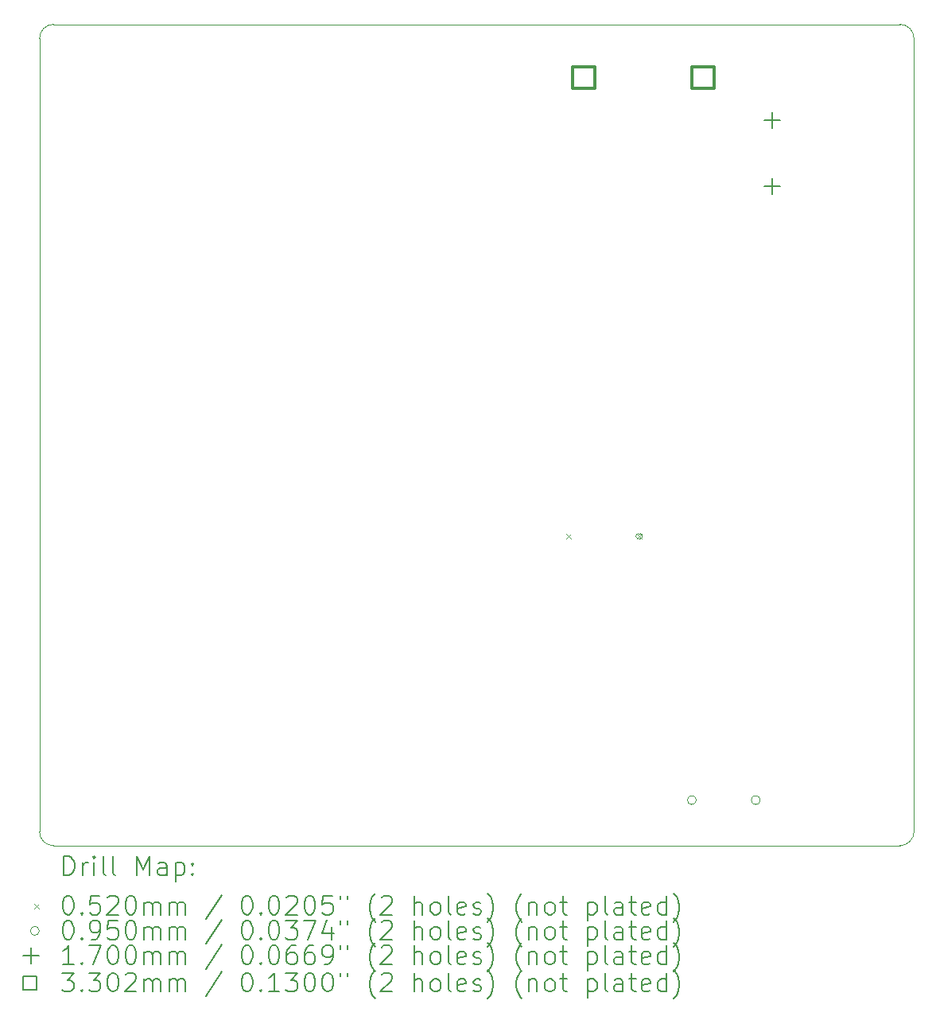
<source format=gbr>
%TF.GenerationSoftware,KiCad,Pcbnew,8.0.4*%
%TF.CreationDate,2024-08-16T00:11:27-05:00*%
%TF.ProjectId,Codex43,436f6465-7834-4332-9e6b-696361645f70,rev?*%
%TF.SameCoordinates,Original*%
%TF.FileFunction,Drillmap*%
%TF.FilePolarity,Positive*%
%FSLAX45Y45*%
G04 Gerber Fmt 4.5, Leading zero omitted, Abs format (unit mm)*
G04 Created by KiCad (PCBNEW 8.0.4) date 2024-08-16 00:11:27*
%MOMM*%
%LPD*%
G01*
G04 APERTURE LIST*
%ADD10C,0.050000*%
%ADD11C,0.010000*%
%ADD12C,0.200000*%
%ADD13C,0.100000*%
%ADD14C,0.170000*%
%ADD15C,0.330200*%
G04 APERTURE END LIST*
D10*
X14100000Y-4990000D02*
G75*
G02*
X14250000Y-5140000I0J-150000D01*
G01*
X4940000Y-5140000D02*
G75*
G02*
X5090000Y-4990000I150000J0D01*
G01*
X5090000Y-13730000D02*
X14100000Y-13730000D01*
X14250000Y-13580000D02*
G75*
G02*
X14100000Y-13730000I-150000J0D01*
G01*
X4940000Y-5140000D02*
X4940000Y-13580000D01*
X5090000Y-4990000D02*
X14100000Y-4990000D01*
X14250000Y-5140000D02*
X14250000Y-13580000D01*
X5090000Y-13730000D02*
G75*
G02*
X4940000Y-13580000I0J150000D01*
G01*
D11*
X11315000Y-10409466D02*
X11335000Y-10409466D01*
X11335000Y-10461466D02*
X11315000Y-10461466D01*
X11289000Y-10435466D02*
G75*
G02*
X11315000Y-10409466I26000J0D01*
G01*
X11315000Y-10461466D02*
G75*
G02*
X11289000Y-10435466I0J26000D01*
G01*
X11335000Y-10409466D02*
G75*
G02*
X11361000Y-10435466I0J-26000D01*
G01*
X11361000Y-10435466D02*
G75*
G02*
X11335000Y-10461466I-26000J0D01*
G01*
D12*
D13*
X10549000Y-10409466D02*
X10601000Y-10461466D01*
X10601000Y-10409466D02*
X10549000Y-10461466D01*
X11299000Y-10409466D02*
X11351000Y-10461466D01*
X11351000Y-10409466D02*
X11299000Y-10461466D01*
X11932500Y-13245000D02*
G75*
G02*
X11837500Y-13245000I-47500J0D01*
G01*
X11837500Y-13245000D02*
G75*
G02*
X11932500Y-13245000I47500J0D01*
G01*
X12612500Y-13245000D02*
G75*
G02*
X12517500Y-13245000I-47500J0D01*
G01*
X12517500Y-13245000D02*
G75*
G02*
X12612500Y-13245000I47500J0D01*
G01*
D14*
X12740000Y-5925000D02*
X12740000Y-6095000D01*
X12655000Y-6010000D02*
X12825000Y-6010000D01*
X12740000Y-6625000D02*
X12740000Y-6795000D01*
X12655000Y-6710000D02*
X12825000Y-6710000D01*
D15*
X10851744Y-5671744D02*
X10851744Y-5438256D01*
X10618256Y-5438256D01*
X10618256Y-5671744D01*
X10851744Y-5671744D01*
X12121744Y-5671744D02*
X12121744Y-5438256D01*
X11888256Y-5438256D01*
X11888256Y-5671744D01*
X12121744Y-5671744D01*
D12*
X5198277Y-14043984D02*
X5198277Y-13843984D01*
X5198277Y-13843984D02*
X5245896Y-13843984D01*
X5245896Y-13843984D02*
X5274467Y-13853508D01*
X5274467Y-13853508D02*
X5293515Y-13872555D01*
X5293515Y-13872555D02*
X5303039Y-13891603D01*
X5303039Y-13891603D02*
X5312563Y-13929698D01*
X5312563Y-13929698D02*
X5312563Y-13958269D01*
X5312563Y-13958269D02*
X5303039Y-13996365D01*
X5303039Y-13996365D02*
X5293515Y-14015412D01*
X5293515Y-14015412D02*
X5274467Y-14034460D01*
X5274467Y-14034460D02*
X5245896Y-14043984D01*
X5245896Y-14043984D02*
X5198277Y-14043984D01*
X5398277Y-14043984D02*
X5398277Y-13910650D01*
X5398277Y-13948746D02*
X5407801Y-13929698D01*
X5407801Y-13929698D02*
X5417324Y-13920174D01*
X5417324Y-13920174D02*
X5436372Y-13910650D01*
X5436372Y-13910650D02*
X5455420Y-13910650D01*
X5522086Y-14043984D02*
X5522086Y-13910650D01*
X5522086Y-13843984D02*
X5512563Y-13853508D01*
X5512563Y-13853508D02*
X5522086Y-13863031D01*
X5522086Y-13863031D02*
X5531610Y-13853508D01*
X5531610Y-13853508D02*
X5522086Y-13843984D01*
X5522086Y-13843984D02*
X5522086Y-13863031D01*
X5645896Y-14043984D02*
X5626848Y-14034460D01*
X5626848Y-14034460D02*
X5617324Y-14015412D01*
X5617324Y-14015412D02*
X5617324Y-13843984D01*
X5750658Y-14043984D02*
X5731610Y-14034460D01*
X5731610Y-14034460D02*
X5722086Y-14015412D01*
X5722086Y-14015412D02*
X5722086Y-13843984D01*
X5979229Y-14043984D02*
X5979229Y-13843984D01*
X5979229Y-13843984D02*
X6045896Y-13986841D01*
X6045896Y-13986841D02*
X6112562Y-13843984D01*
X6112562Y-13843984D02*
X6112562Y-14043984D01*
X6293515Y-14043984D02*
X6293515Y-13939222D01*
X6293515Y-13939222D02*
X6283991Y-13920174D01*
X6283991Y-13920174D02*
X6264943Y-13910650D01*
X6264943Y-13910650D02*
X6226848Y-13910650D01*
X6226848Y-13910650D02*
X6207801Y-13920174D01*
X6293515Y-14034460D02*
X6274467Y-14043984D01*
X6274467Y-14043984D02*
X6226848Y-14043984D01*
X6226848Y-14043984D02*
X6207801Y-14034460D01*
X6207801Y-14034460D02*
X6198277Y-14015412D01*
X6198277Y-14015412D02*
X6198277Y-13996365D01*
X6198277Y-13996365D02*
X6207801Y-13977317D01*
X6207801Y-13977317D02*
X6226848Y-13967793D01*
X6226848Y-13967793D02*
X6274467Y-13967793D01*
X6274467Y-13967793D02*
X6293515Y-13958269D01*
X6388753Y-13910650D02*
X6388753Y-14110650D01*
X6388753Y-13920174D02*
X6407801Y-13910650D01*
X6407801Y-13910650D02*
X6445896Y-13910650D01*
X6445896Y-13910650D02*
X6464943Y-13920174D01*
X6464943Y-13920174D02*
X6474467Y-13929698D01*
X6474467Y-13929698D02*
X6483991Y-13948746D01*
X6483991Y-13948746D02*
X6483991Y-14005888D01*
X6483991Y-14005888D02*
X6474467Y-14024936D01*
X6474467Y-14024936D02*
X6464943Y-14034460D01*
X6464943Y-14034460D02*
X6445896Y-14043984D01*
X6445896Y-14043984D02*
X6407801Y-14043984D01*
X6407801Y-14043984D02*
X6388753Y-14034460D01*
X6569705Y-14024936D02*
X6579229Y-14034460D01*
X6579229Y-14034460D02*
X6569705Y-14043984D01*
X6569705Y-14043984D02*
X6560182Y-14034460D01*
X6560182Y-14034460D02*
X6569705Y-14024936D01*
X6569705Y-14024936D02*
X6569705Y-14043984D01*
X6569705Y-13920174D02*
X6579229Y-13929698D01*
X6579229Y-13929698D02*
X6569705Y-13939222D01*
X6569705Y-13939222D02*
X6560182Y-13929698D01*
X6560182Y-13929698D02*
X6569705Y-13920174D01*
X6569705Y-13920174D02*
X6569705Y-13939222D01*
D13*
X4885500Y-14346500D02*
X4937500Y-14398500D01*
X4937500Y-14346500D02*
X4885500Y-14398500D01*
D12*
X5236372Y-14263984D02*
X5255420Y-14263984D01*
X5255420Y-14263984D02*
X5274467Y-14273508D01*
X5274467Y-14273508D02*
X5283991Y-14283031D01*
X5283991Y-14283031D02*
X5293515Y-14302079D01*
X5293515Y-14302079D02*
X5303039Y-14340174D01*
X5303039Y-14340174D02*
X5303039Y-14387793D01*
X5303039Y-14387793D02*
X5293515Y-14425888D01*
X5293515Y-14425888D02*
X5283991Y-14444936D01*
X5283991Y-14444936D02*
X5274467Y-14454460D01*
X5274467Y-14454460D02*
X5255420Y-14463984D01*
X5255420Y-14463984D02*
X5236372Y-14463984D01*
X5236372Y-14463984D02*
X5217324Y-14454460D01*
X5217324Y-14454460D02*
X5207801Y-14444936D01*
X5207801Y-14444936D02*
X5198277Y-14425888D01*
X5198277Y-14425888D02*
X5188753Y-14387793D01*
X5188753Y-14387793D02*
X5188753Y-14340174D01*
X5188753Y-14340174D02*
X5198277Y-14302079D01*
X5198277Y-14302079D02*
X5207801Y-14283031D01*
X5207801Y-14283031D02*
X5217324Y-14273508D01*
X5217324Y-14273508D02*
X5236372Y-14263984D01*
X5388753Y-14444936D02*
X5398277Y-14454460D01*
X5398277Y-14454460D02*
X5388753Y-14463984D01*
X5388753Y-14463984D02*
X5379229Y-14454460D01*
X5379229Y-14454460D02*
X5388753Y-14444936D01*
X5388753Y-14444936D02*
X5388753Y-14463984D01*
X5579229Y-14263984D02*
X5483991Y-14263984D01*
X5483991Y-14263984D02*
X5474467Y-14359222D01*
X5474467Y-14359222D02*
X5483991Y-14349698D01*
X5483991Y-14349698D02*
X5503039Y-14340174D01*
X5503039Y-14340174D02*
X5550658Y-14340174D01*
X5550658Y-14340174D02*
X5569705Y-14349698D01*
X5569705Y-14349698D02*
X5579229Y-14359222D01*
X5579229Y-14359222D02*
X5588753Y-14378269D01*
X5588753Y-14378269D02*
X5588753Y-14425888D01*
X5588753Y-14425888D02*
X5579229Y-14444936D01*
X5579229Y-14444936D02*
X5569705Y-14454460D01*
X5569705Y-14454460D02*
X5550658Y-14463984D01*
X5550658Y-14463984D02*
X5503039Y-14463984D01*
X5503039Y-14463984D02*
X5483991Y-14454460D01*
X5483991Y-14454460D02*
X5474467Y-14444936D01*
X5664943Y-14283031D02*
X5674467Y-14273508D01*
X5674467Y-14273508D02*
X5693515Y-14263984D01*
X5693515Y-14263984D02*
X5741134Y-14263984D01*
X5741134Y-14263984D02*
X5760182Y-14273508D01*
X5760182Y-14273508D02*
X5769705Y-14283031D01*
X5769705Y-14283031D02*
X5779229Y-14302079D01*
X5779229Y-14302079D02*
X5779229Y-14321127D01*
X5779229Y-14321127D02*
X5769705Y-14349698D01*
X5769705Y-14349698D02*
X5655420Y-14463984D01*
X5655420Y-14463984D02*
X5779229Y-14463984D01*
X5903039Y-14263984D02*
X5922086Y-14263984D01*
X5922086Y-14263984D02*
X5941134Y-14273508D01*
X5941134Y-14273508D02*
X5950658Y-14283031D01*
X5950658Y-14283031D02*
X5960182Y-14302079D01*
X5960182Y-14302079D02*
X5969705Y-14340174D01*
X5969705Y-14340174D02*
X5969705Y-14387793D01*
X5969705Y-14387793D02*
X5960182Y-14425888D01*
X5960182Y-14425888D02*
X5950658Y-14444936D01*
X5950658Y-14444936D02*
X5941134Y-14454460D01*
X5941134Y-14454460D02*
X5922086Y-14463984D01*
X5922086Y-14463984D02*
X5903039Y-14463984D01*
X5903039Y-14463984D02*
X5883991Y-14454460D01*
X5883991Y-14454460D02*
X5874467Y-14444936D01*
X5874467Y-14444936D02*
X5864943Y-14425888D01*
X5864943Y-14425888D02*
X5855420Y-14387793D01*
X5855420Y-14387793D02*
X5855420Y-14340174D01*
X5855420Y-14340174D02*
X5864943Y-14302079D01*
X5864943Y-14302079D02*
X5874467Y-14283031D01*
X5874467Y-14283031D02*
X5883991Y-14273508D01*
X5883991Y-14273508D02*
X5903039Y-14263984D01*
X6055420Y-14463984D02*
X6055420Y-14330650D01*
X6055420Y-14349698D02*
X6064943Y-14340174D01*
X6064943Y-14340174D02*
X6083991Y-14330650D01*
X6083991Y-14330650D02*
X6112563Y-14330650D01*
X6112563Y-14330650D02*
X6131610Y-14340174D01*
X6131610Y-14340174D02*
X6141134Y-14359222D01*
X6141134Y-14359222D02*
X6141134Y-14463984D01*
X6141134Y-14359222D02*
X6150658Y-14340174D01*
X6150658Y-14340174D02*
X6169705Y-14330650D01*
X6169705Y-14330650D02*
X6198277Y-14330650D01*
X6198277Y-14330650D02*
X6217324Y-14340174D01*
X6217324Y-14340174D02*
X6226848Y-14359222D01*
X6226848Y-14359222D02*
X6226848Y-14463984D01*
X6322086Y-14463984D02*
X6322086Y-14330650D01*
X6322086Y-14349698D02*
X6331610Y-14340174D01*
X6331610Y-14340174D02*
X6350658Y-14330650D01*
X6350658Y-14330650D02*
X6379229Y-14330650D01*
X6379229Y-14330650D02*
X6398277Y-14340174D01*
X6398277Y-14340174D02*
X6407801Y-14359222D01*
X6407801Y-14359222D02*
X6407801Y-14463984D01*
X6407801Y-14359222D02*
X6417324Y-14340174D01*
X6417324Y-14340174D02*
X6436372Y-14330650D01*
X6436372Y-14330650D02*
X6464943Y-14330650D01*
X6464943Y-14330650D02*
X6483991Y-14340174D01*
X6483991Y-14340174D02*
X6493515Y-14359222D01*
X6493515Y-14359222D02*
X6493515Y-14463984D01*
X6883991Y-14254460D02*
X6712563Y-14511603D01*
X7141134Y-14263984D02*
X7160182Y-14263984D01*
X7160182Y-14263984D02*
X7179229Y-14273508D01*
X7179229Y-14273508D02*
X7188753Y-14283031D01*
X7188753Y-14283031D02*
X7198277Y-14302079D01*
X7198277Y-14302079D02*
X7207801Y-14340174D01*
X7207801Y-14340174D02*
X7207801Y-14387793D01*
X7207801Y-14387793D02*
X7198277Y-14425888D01*
X7198277Y-14425888D02*
X7188753Y-14444936D01*
X7188753Y-14444936D02*
X7179229Y-14454460D01*
X7179229Y-14454460D02*
X7160182Y-14463984D01*
X7160182Y-14463984D02*
X7141134Y-14463984D01*
X7141134Y-14463984D02*
X7122086Y-14454460D01*
X7122086Y-14454460D02*
X7112563Y-14444936D01*
X7112563Y-14444936D02*
X7103039Y-14425888D01*
X7103039Y-14425888D02*
X7093515Y-14387793D01*
X7093515Y-14387793D02*
X7093515Y-14340174D01*
X7093515Y-14340174D02*
X7103039Y-14302079D01*
X7103039Y-14302079D02*
X7112563Y-14283031D01*
X7112563Y-14283031D02*
X7122086Y-14273508D01*
X7122086Y-14273508D02*
X7141134Y-14263984D01*
X7293515Y-14444936D02*
X7303039Y-14454460D01*
X7303039Y-14454460D02*
X7293515Y-14463984D01*
X7293515Y-14463984D02*
X7283991Y-14454460D01*
X7283991Y-14454460D02*
X7293515Y-14444936D01*
X7293515Y-14444936D02*
X7293515Y-14463984D01*
X7426848Y-14263984D02*
X7445896Y-14263984D01*
X7445896Y-14263984D02*
X7464944Y-14273508D01*
X7464944Y-14273508D02*
X7474467Y-14283031D01*
X7474467Y-14283031D02*
X7483991Y-14302079D01*
X7483991Y-14302079D02*
X7493515Y-14340174D01*
X7493515Y-14340174D02*
X7493515Y-14387793D01*
X7493515Y-14387793D02*
X7483991Y-14425888D01*
X7483991Y-14425888D02*
X7474467Y-14444936D01*
X7474467Y-14444936D02*
X7464944Y-14454460D01*
X7464944Y-14454460D02*
X7445896Y-14463984D01*
X7445896Y-14463984D02*
X7426848Y-14463984D01*
X7426848Y-14463984D02*
X7407801Y-14454460D01*
X7407801Y-14454460D02*
X7398277Y-14444936D01*
X7398277Y-14444936D02*
X7388753Y-14425888D01*
X7388753Y-14425888D02*
X7379229Y-14387793D01*
X7379229Y-14387793D02*
X7379229Y-14340174D01*
X7379229Y-14340174D02*
X7388753Y-14302079D01*
X7388753Y-14302079D02*
X7398277Y-14283031D01*
X7398277Y-14283031D02*
X7407801Y-14273508D01*
X7407801Y-14273508D02*
X7426848Y-14263984D01*
X7569706Y-14283031D02*
X7579229Y-14273508D01*
X7579229Y-14273508D02*
X7598277Y-14263984D01*
X7598277Y-14263984D02*
X7645896Y-14263984D01*
X7645896Y-14263984D02*
X7664944Y-14273508D01*
X7664944Y-14273508D02*
X7674467Y-14283031D01*
X7674467Y-14283031D02*
X7683991Y-14302079D01*
X7683991Y-14302079D02*
X7683991Y-14321127D01*
X7683991Y-14321127D02*
X7674467Y-14349698D01*
X7674467Y-14349698D02*
X7560182Y-14463984D01*
X7560182Y-14463984D02*
X7683991Y-14463984D01*
X7807801Y-14263984D02*
X7826848Y-14263984D01*
X7826848Y-14263984D02*
X7845896Y-14273508D01*
X7845896Y-14273508D02*
X7855420Y-14283031D01*
X7855420Y-14283031D02*
X7864944Y-14302079D01*
X7864944Y-14302079D02*
X7874467Y-14340174D01*
X7874467Y-14340174D02*
X7874467Y-14387793D01*
X7874467Y-14387793D02*
X7864944Y-14425888D01*
X7864944Y-14425888D02*
X7855420Y-14444936D01*
X7855420Y-14444936D02*
X7845896Y-14454460D01*
X7845896Y-14454460D02*
X7826848Y-14463984D01*
X7826848Y-14463984D02*
X7807801Y-14463984D01*
X7807801Y-14463984D02*
X7788753Y-14454460D01*
X7788753Y-14454460D02*
X7779229Y-14444936D01*
X7779229Y-14444936D02*
X7769706Y-14425888D01*
X7769706Y-14425888D02*
X7760182Y-14387793D01*
X7760182Y-14387793D02*
X7760182Y-14340174D01*
X7760182Y-14340174D02*
X7769706Y-14302079D01*
X7769706Y-14302079D02*
X7779229Y-14283031D01*
X7779229Y-14283031D02*
X7788753Y-14273508D01*
X7788753Y-14273508D02*
X7807801Y-14263984D01*
X8055420Y-14263984D02*
X7960182Y-14263984D01*
X7960182Y-14263984D02*
X7950658Y-14359222D01*
X7950658Y-14359222D02*
X7960182Y-14349698D01*
X7960182Y-14349698D02*
X7979229Y-14340174D01*
X7979229Y-14340174D02*
X8026848Y-14340174D01*
X8026848Y-14340174D02*
X8045896Y-14349698D01*
X8045896Y-14349698D02*
X8055420Y-14359222D01*
X8055420Y-14359222D02*
X8064944Y-14378269D01*
X8064944Y-14378269D02*
X8064944Y-14425888D01*
X8064944Y-14425888D02*
X8055420Y-14444936D01*
X8055420Y-14444936D02*
X8045896Y-14454460D01*
X8045896Y-14454460D02*
X8026848Y-14463984D01*
X8026848Y-14463984D02*
X7979229Y-14463984D01*
X7979229Y-14463984D02*
X7960182Y-14454460D01*
X7960182Y-14454460D02*
X7950658Y-14444936D01*
X8141134Y-14263984D02*
X8141134Y-14302079D01*
X8217325Y-14263984D02*
X8217325Y-14302079D01*
X8512563Y-14540174D02*
X8503039Y-14530650D01*
X8503039Y-14530650D02*
X8483991Y-14502079D01*
X8483991Y-14502079D02*
X8474468Y-14483031D01*
X8474468Y-14483031D02*
X8464944Y-14454460D01*
X8464944Y-14454460D02*
X8455420Y-14406841D01*
X8455420Y-14406841D02*
X8455420Y-14368746D01*
X8455420Y-14368746D02*
X8464944Y-14321127D01*
X8464944Y-14321127D02*
X8474468Y-14292555D01*
X8474468Y-14292555D02*
X8483991Y-14273508D01*
X8483991Y-14273508D02*
X8503039Y-14244936D01*
X8503039Y-14244936D02*
X8512563Y-14235412D01*
X8579230Y-14283031D02*
X8588753Y-14273508D01*
X8588753Y-14273508D02*
X8607801Y-14263984D01*
X8607801Y-14263984D02*
X8655420Y-14263984D01*
X8655420Y-14263984D02*
X8674468Y-14273508D01*
X8674468Y-14273508D02*
X8683991Y-14283031D01*
X8683991Y-14283031D02*
X8693515Y-14302079D01*
X8693515Y-14302079D02*
X8693515Y-14321127D01*
X8693515Y-14321127D02*
X8683991Y-14349698D01*
X8683991Y-14349698D02*
X8569706Y-14463984D01*
X8569706Y-14463984D02*
X8693515Y-14463984D01*
X8931611Y-14463984D02*
X8931611Y-14263984D01*
X9017325Y-14463984D02*
X9017325Y-14359222D01*
X9017325Y-14359222D02*
X9007801Y-14340174D01*
X9007801Y-14340174D02*
X8988753Y-14330650D01*
X8988753Y-14330650D02*
X8960182Y-14330650D01*
X8960182Y-14330650D02*
X8941134Y-14340174D01*
X8941134Y-14340174D02*
X8931611Y-14349698D01*
X9141134Y-14463984D02*
X9122087Y-14454460D01*
X9122087Y-14454460D02*
X9112563Y-14444936D01*
X9112563Y-14444936D02*
X9103039Y-14425888D01*
X9103039Y-14425888D02*
X9103039Y-14368746D01*
X9103039Y-14368746D02*
X9112563Y-14349698D01*
X9112563Y-14349698D02*
X9122087Y-14340174D01*
X9122087Y-14340174D02*
X9141134Y-14330650D01*
X9141134Y-14330650D02*
X9169706Y-14330650D01*
X9169706Y-14330650D02*
X9188753Y-14340174D01*
X9188753Y-14340174D02*
X9198277Y-14349698D01*
X9198277Y-14349698D02*
X9207801Y-14368746D01*
X9207801Y-14368746D02*
X9207801Y-14425888D01*
X9207801Y-14425888D02*
X9198277Y-14444936D01*
X9198277Y-14444936D02*
X9188753Y-14454460D01*
X9188753Y-14454460D02*
X9169706Y-14463984D01*
X9169706Y-14463984D02*
X9141134Y-14463984D01*
X9322087Y-14463984D02*
X9303039Y-14454460D01*
X9303039Y-14454460D02*
X9293515Y-14435412D01*
X9293515Y-14435412D02*
X9293515Y-14263984D01*
X9474468Y-14454460D02*
X9455420Y-14463984D01*
X9455420Y-14463984D02*
X9417325Y-14463984D01*
X9417325Y-14463984D02*
X9398277Y-14454460D01*
X9398277Y-14454460D02*
X9388753Y-14435412D01*
X9388753Y-14435412D02*
X9388753Y-14359222D01*
X9388753Y-14359222D02*
X9398277Y-14340174D01*
X9398277Y-14340174D02*
X9417325Y-14330650D01*
X9417325Y-14330650D02*
X9455420Y-14330650D01*
X9455420Y-14330650D02*
X9474468Y-14340174D01*
X9474468Y-14340174D02*
X9483992Y-14359222D01*
X9483992Y-14359222D02*
X9483992Y-14378269D01*
X9483992Y-14378269D02*
X9388753Y-14397317D01*
X9560182Y-14454460D02*
X9579230Y-14463984D01*
X9579230Y-14463984D02*
X9617325Y-14463984D01*
X9617325Y-14463984D02*
X9636373Y-14454460D01*
X9636373Y-14454460D02*
X9645896Y-14435412D01*
X9645896Y-14435412D02*
X9645896Y-14425888D01*
X9645896Y-14425888D02*
X9636373Y-14406841D01*
X9636373Y-14406841D02*
X9617325Y-14397317D01*
X9617325Y-14397317D02*
X9588753Y-14397317D01*
X9588753Y-14397317D02*
X9569706Y-14387793D01*
X9569706Y-14387793D02*
X9560182Y-14368746D01*
X9560182Y-14368746D02*
X9560182Y-14359222D01*
X9560182Y-14359222D02*
X9569706Y-14340174D01*
X9569706Y-14340174D02*
X9588753Y-14330650D01*
X9588753Y-14330650D02*
X9617325Y-14330650D01*
X9617325Y-14330650D02*
X9636373Y-14340174D01*
X9712563Y-14540174D02*
X9722087Y-14530650D01*
X9722087Y-14530650D02*
X9741134Y-14502079D01*
X9741134Y-14502079D02*
X9750658Y-14483031D01*
X9750658Y-14483031D02*
X9760182Y-14454460D01*
X9760182Y-14454460D02*
X9769706Y-14406841D01*
X9769706Y-14406841D02*
X9769706Y-14368746D01*
X9769706Y-14368746D02*
X9760182Y-14321127D01*
X9760182Y-14321127D02*
X9750658Y-14292555D01*
X9750658Y-14292555D02*
X9741134Y-14273508D01*
X9741134Y-14273508D02*
X9722087Y-14244936D01*
X9722087Y-14244936D02*
X9712563Y-14235412D01*
X10074468Y-14540174D02*
X10064944Y-14530650D01*
X10064944Y-14530650D02*
X10045896Y-14502079D01*
X10045896Y-14502079D02*
X10036373Y-14483031D01*
X10036373Y-14483031D02*
X10026849Y-14454460D01*
X10026849Y-14454460D02*
X10017325Y-14406841D01*
X10017325Y-14406841D02*
X10017325Y-14368746D01*
X10017325Y-14368746D02*
X10026849Y-14321127D01*
X10026849Y-14321127D02*
X10036373Y-14292555D01*
X10036373Y-14292555D02*
X10045896Y-14273508D01*
X10045896Y-14273508D02*
X10064944Y-14244936D01*
X10064944Y-14244936D02*
X10074468Y-14235412D01*
X10150658Y-14330650D02*
X10150658Y-14463984D01*
X10150658Y-14349698D02*
X10160182Y-14340174D01*
X10160182Y-14340174D02*
X10179230Y-14330650D01*
X10179230Y-14330650D02*
X10207801Y-14330650D01*
X10207801Y-14330650D02*
X10226849Y-14340174D01*
X10226849Y-14340174D02*
X10236373Y-14359222D01*
X10236373Y-14359222D02*
X10236373Y-14463984D01*
X10360182Y-14463984D02*
X10341134Y-14454460D01*
X10341134Y-14454460D02*
X10331611Y-14444936D01*
X10331611Y-14444936D02*
X10322087Y-14425888D01*
X10322087Y-14425888D02*
X10322087Y-14368746D01*
X10322087Y-14368746D02*
X10331611Y-14349698D01*
X10331611Y-14349698D02*
X10341134Y-14340174D01*
X10341134Y-14340174D02*
X10360182Y-14330650D01*
X10360182Y-14330650D02*
X10388754Y-14330650D01*
X10388754Y-14330650D02*
X10407801Y-14340174D01*
X10407801Y-14340174D02*
X10417325Y-14349698D01*
X10417325Y-14349698D02*
X10426849Y-14368746D01*
X10426849Y-14368746D02*
X10426849Y-14425888D01*
X10426849Y-14425888D02*
X10417325Y-14444936D01*
X10417325Y-14444936D02*
X10407801Y-14454460D01*
X10407801Y-14454460D02*
X10388754Y-14463984D01*
X10388754Y-14463984D02*
X10360182Y-14463984D01*
X10483992Y-14330650D02*
X10560182Y-14330650D01*
X10512563Y-14263984D02*
X10512563Y-14435412D01*
X10512563Y-14435412D02*
X10522087Y-14454460D01*
X10522087Y-14454460D02*
X10541134Y-14463984D01*
X10541134Y-14463984D02*
X10560182Y-14463984D01*
X10779230Y-14330650D02*
X10779230Y-14530650D01*
X10779230Y-14340174D02*
X10798277Y-14330650D01*
X10798277Y-14330650D02*
X10836373Y-14330650D01*
X10836373Y-14330650D02*
X10855420Y-14340174D01*
X10855420Y-14340174D02*
X10864944Y-14349698D01*
X10864944Y-14349698D02*
X10874468Y-14368746D01*
X10874468Y-14368746D02*
X10874468Y-14425888D01*
X10874468Y-14425888D02*
X10864944Y-14444936D01*
X10864944Y-14444936D02*
X10855420Y-14454460D01*
X10855420Y-14454460D02*
X10836373Y-14463984D01*
X10836373Y-14463984D02*
X10798277Y-14463984D01*
X10798277Y-14463984D02*
X10779230Y-14454460D01*
X10988754Y-14463984D02*
X10969706Y-14454460D01*
X10969706Y-14454460D02*
X10960182Y-14435412D01*
X10960182Y-14435412D02*
X10960182Y-14263984D01*
X11150658Y-14463984D02*
X11150658Y-14359222D01*
X11150658Y-14359222D02*
X11141135Y-14340174D01*
X11141135Y-14340174D02*
X11122087Y-14330650D01*
X11122087Y-14330650D02*
X11083992Y-14330650D01*
X11083992Y-14330650D02*
X11064944Y-14340174D01*
X11150658Y-14454460D02*
X11131611Y-14463984D01*
X11131611Y-14463984D02*
X11083992Y-14463984D01*
X11083992Y-14463984D02*
X11064944Y-14454460D01*
X11064944Y-14454460D02*
X11055420Y-14435412D01*
X11055420Y-14435412D02*
X11055420Y-14416365D01*
X11055420Y-14416365D02*
X11064944Y-14397317D01*
X11064944Y-14397317D02*
X11083992Y-14387793D01*
X11083992Y-14387793D02*
X11131611Y-14387793D01*
X11131611Y-14387793D02*
X11150658Y-14378269D01*
X11217325Y-14330650D02*
X11293515Y-14330650D01*
X11245896Y-14263984D02*
X11245896Y-14435412D01*
X11245896Y-14435412D02*
X11255420Y-14454460D01*
X11255420Y-14454460D02*
X11274468Y-14463984D01*
X11274468Y-14463984D02*
X11293515Y-14463984D01*
X11436373Y-14454460D02*
X11417325Y-14463984D01*
X11417325Y-14463984D02*
X11379230Y-14463984D01*
X11379230Y-14463984D02*
X11360182Y-14454460D01*
X11360182Y-14454460D02*
X11350658Y-14435412D01*
X11350658Y-14435412D02*
X11350658Y-14359222D01*
X11350658Y-14359222D02*
X11360182Y-14340174D01*
X11360182Y-14340174D02*
X11379230Y-14330650D01*
X11379230Y-14330650D02*
X11417325Y-14330650D01*
X11417325Y-14330650D02*
X11436373Y-14340174D01*
X11436373Y-14340174D02*
X11445896Y-14359222D01*
X11445896Y-14359222D02*
X11445896Y-14378269D01*
X11445896Y-14378269D02*
X11350658Y-14397317D01*
X11617325Y-14463984D02*
X11617325Y-14263984D01*
X11617325Y-14454460D02*
X11598277Y-14463984D01*
X11598277Y-14463984D02*
X11560182Y-14463984D01*
X11560182Y-14463984D02*
X11541134Y-14454460D01*
X11541134Y-14454460D02*
X11531611Y-14444936D01*
X11531611Y-14444936D02*
X11522087Y-14425888D01*
X11522087Y-14425888D02*
X11522087Y-14368746D01*
X11522087Y-14368746D02*
X11531611Y-14349698D01*
X11531611Y-14349698D02*
X11541134Y-14340174D01*
X11541134Y-14340174D02*
X11560182Y-14330650D01*
X11560182Y-14330650D02*
X11598277Y-14330650D01*
X11598277Y-14330650D02*
X11617325Y-14340174D01*
X11693515Y-14540174D02*
X11703039Y-14530650D01*
X11703039Y-14530650D02*
X11722087Y-14502079D01*
X11722087Y-14502079D02*
X11731611Y-14483031D01*
X11731611Y-14483031D02*
X11741134Y-14454460D01*
X11741134Y-14454460D02*
X11750658Y-14406841D01*
X11750658Y-14406841D02*
X11750658Y-14368746D01*
X11750658Y-14368746D02*
X11741134Y-14321127D01*
X11741134Y-14321127D02*
X11731611Y-14292555D01*
X11731611Y-14292555D02*
X11722087Y-14273508D01*
X11722087Y-14273508D02*
X11703039Y-14244936D01*
X11703039Y-14244936D02*
X11693515Y-14235412D01*
D13*
X4937500Y-14636500D02*
G75*
G02*
X4842500Y-14636500I-47500J0D01*
G01*
X4842500Y-14636500D02*
G75*
G02*
X4937500Y-14636500I47500J0D01*
G01*
D12*
X5236372Y-14527984D02*
X5255420Y-14527984D01*
X5255420Y-14527984D02*
X5274467Y-14537508D01*
X5274467Y-14537508D02*
X5283991Y-14547031D01*
X5283991Y-14547031D02*
X5293515Y-14566079D01*
X5293515Y-14566079D02*
X5303039Y-14604174D01*
X5303039Y-14604174D02*
X5303039Y-14651793D01*
X5303039Y-14651793D02*
X5293515Y-14689888D01*
X5293515Y-14689888D02*
X5283991Y-14708936D01*
X5283991Y-14708936D02*
X5274467Y-14718460D01*
X5274467Y-14718460D02*
X5255420Y-14727984D01*
X5255420Y-14727984D02*
X5236372Y-14727984D01*
X5236372Y-14727984D02*
X5217324Y-14718460D01*
X5217324Y-14718460D02*
X5207801Y-14708936D01*
X5207801Y-14708936D02*
X5198277Y-14689888D01*
X5198277Y-14689888D02*
X5188753Y-14651793D01*
X5188753Y-14651793D02*
X5188753Y-14604174D01*
X5188753Y-14604174D02*
X5198277Y-14566079D01*
X5198277Y-14566079D02*
X5207801Y-14547031D01*
X5207801Y-14547031D02*
X5217324Y-14537508D01*
X5217324Y-14537508D02*
X5236372Y-14527984D01*
X5388753Y-14708936D02*
X5398277Y-14718460D01*
X5398277Y-14718460D02*
X5388753Y-14727984D01*
X5388753Y-14727984D02*
X5379229Y-14718460D01*
X5379229Y-14718460D02*
X5388753Y-14708936D01*
X5388753Y-14708936D02*
X5388753Y-14727984D01*
X5493515Y-14727984D02*
X5531610Y-14727984D01*
X5531610Y-14727984D02*
X5550658Y-14718460D01*
X5550658Y-14718460D02*
X5560182Y-14708936D01*
X5560182Y-14708936D02*
X5579229Y-14680365D01*
X5579229Y-14680365D02*
X5588753Y-14642269D01*
X5588753Y-14642269D02*
X5588753Y-14566079D01*
X5588753Y-14566079D02*
X5579229Y-14547031D01*
X5579229Y-14547031D02*
X5569705Y-14537508D01*
X5569705Y-14537508D02*
X5550658Y-14527984D01*
X5550658Y-14527984D02*
X5512563Y-14527984D01*
X5512563Y-14527984D02*
X5493515Y-14537508D01*
X5493515Y-14537508D02*
X5483991Y-14547031D01*
X5483991Y-14547031D02*
X5474467Y-14566079D01*
X5474467Y-14566079D02*
X5474467Y-14613698D01*
X5474467Y-14613698D02*
X5483991Y-14632746D01*
X5483991Y-14632746D02*
X5493515Y-14642269D01*
X5493515Y-14642269D02*
X5512563Y-14651793D01*
X5512563Y-14651793D02*
X5550658Y-14651793D01*
X5550658Y-14651793D02*
X5569705Y-14642269D01*
X5569705Y-14642269D02*
X5579229Y-14632746D01*
X5579229Y-14632746D02*
X5588753Y-14613698D01*
X5769705Y-14527984D02*
X5674467Y-14527984D01*
X5674467Y-14527984D02*
X5664943Y-14623222D01*
X5664943Y-14623222D02*
X5674467Y-14613698D01*
X5674467Y-14613698D02*
X5693515Y-14604174D01*
X5693515Y-14604174D02*
X5741134Y-14604174D01*
X5741134Y-14604174D02*
X5760182Y-14613698D01*
X5760182Y-14613698D02*
X5769705Y-14623222D01*
X5769705Y-14623222D02*
X5779229Y-14642269D01*
X5779229Y-14642269D02*
X5779229Y-14689888D01*
X5779229Y-14689888D02*
X5769705Y-14708936D01*
X5769705Y-14708936D02*
X5760182Y-14718460D01*
X5760182Y-14718460D02*
X5741134Y-14727984D01*
X5741134Y-14727984D02*
X5693515Y-14727984D01*
X5693515Y-14727984D02*
X5674467Y-14718460D01*
X5674467Y-14718460D02*
X5664943Y-14708936D01*
X5903039Y-14527984D02*
X5922086Y-14527984D01*
X5922086Y-14527984D02*
X5941134Y-14537508D01*
X5941134Y-14537508D02*
X5950658Y-14547031D01*
X5950658Y-14547031D02*
X5960182Y-14566079D01*
X5960182Y-14566079D02*
X5969705Y-14604174D01*
X5969705Y-14604174D02*
X5969705Y-14651793D01*
X5969705Y-14651793D02*
X5960182Y-14689888D01*
X5960182Y-14689888D02*
X5950658Y-14708936D01*
X5950658Y-14708936D02*
X5941134Y-14718460D01*
X5941134Y-14718460D02*
X5922086Y-14727984D01*
X5922086Y-14727984D02*
X5903039Y-14727984D01*
X5903039Y-14727984D02*
X5883991Y-14718460D01*
X5883991Y-14718460D02*
X5874467Y-14708936D01*
X5874467Y-14708936D02*
X5864943Y-14689888D01*
X5864943Y-14689888D02*
X5855420Y-14651793D01*
X5855420Y-14651793D02*
X5855420Y-14604174D01*
X5855420Y-14604174D02*
X5864943Y-14566079D01*
X5864943Y-14566079D02*
X5874467Y-14547031D01*
X5874467Y-14547031D02*
X5883991Y-14537508D01*
X5883991Y-14537508D02*
X5903039Y-14527984D01*
X6055420Y-14727984D02*
X6055420Y-14594650D01*
X6055420Y-14613698D02*
X6064943Y-14604174D01*
X6064943Y-14604174D02*
X6083991Y-14594650D01*
X6083991Y-14594650D02*
X6112563Y-14594650D01*
X6112563Y-14594650D02*
X6131610Y-14604174D01*
X6131610Y-14604174D02*
X6141134Y-14623222D01*
X6141134Y-14623222D02*
X6141134Y-14727984D01*
X6141134Y-14623222D02*
X6150658Y-14604174D01*
X6150658Y-14604174D02*
X6169705Y-14594650D01*
X6169705Y-14594650D02*
X6198277Y-14594650D01*
X6198277Y-14594650D02*
X6217324Y-14604174D01*
X6217324Y-14604174D02*
X6226848Y-14623222D01*
X6226848Y-14623222D02*
X6226848Y-14727984D01*
X6322086Y-14727984D02*
X6322086Y-14594650D01*
X6322086Y-14613698D02*
X6331610Y-14604174D01*
X6331610Y-14604174D02*
X6350658Y-14594650D01*
X6350658Y-14594650D02*
X6379229Y-14594650D01*
X6379229Y-14594650D02*
X6398277Y-14604174D01*
X6398277Y-14604174D02*
X6407801Y-14623222D01*
X6407801Y-14623222D02*
X6407801Y-14727984D01*
X6407801Y-14623222D02*
X6417324Y-14604174D01*
X6417324Y-14604174D02*
X6436372Y-14594650D01*
X6436372Y-14594650D02*
X6464943Y-14594650D01*
X6464943Y-14594650D02*
X6483991Y-14604174D01*
X6483991Y-14604174D02*
X6493515Y-14623222D01*
X6493515Y-14623222D02*
X6493515Y-14727984D01*
X6883991Y-14518460D02*
X6712563Y-14775603D01*
X7141134Y-14527984D02*
X7160182Y-14527984D01*
X7160182Y-14527984D02*
X7179229Y-14537508D01*
X7179229Y-14537508D02*
X7188753Y-14547031D01*
X7188753Y-14547031D02*
X7198277Y-14566079D01*
X7198277Y-14566079D02*
X7207801Y-14604174D01*
X7207801Y-14604174D02*
X7207801Y-14651793D01*
X7207801Y-14651793D02*
X7198277Y-14689888D01*
X7198277Y-14689888D02*
X7188753Y-14708936D01*
X7188753Y-14708936D02*
X7179229Y-14718460D01*
X7179229Y-14718460D02*
X7160182Y-14727984D01*
X7160182Y-14727984D02*
X7141134Y-14727984D01*
X7141134Y-14727984D02*
X7122086Y-14718460D01*
X7122086Y-14718460D02*
X7112563Y-14708936D01*
X7112563Y-14708936D02*
X7103039Y-14689888D01*
X7103039Y-14689888D02*
X7093515Y-14651793D01*
X7093515Y-14651793D02*
X7093515Y-14604174D01*
X7093515Y-14604174D02*
X7103039Y-14566079D01*
X7103039Y-14566079D02*
X7112563Y-14547031D01*
X7112563Y-14547031D02*
X7122086Y-14537508D01*
X7122086Y-14537508D02*
X7141134Y-14527984D01*
X7293515Y-14708936D02*
X7303039Y-14718460D01*
X7303039Y-14718460D02*
X7293515Y-14727984D01*
X7293515Y-14727984D02*
X7283991Y-14718460D01*
X7283991Y-14718460D02*
X7293515Y-14708936D01*
X7293515Y-14708936D02*
X7293515Y-14727984D01*
X7426848Y-14527984D02*
X7445896Y-14527984D01*
X7445896Y-14527984D02*
X7464944Y-14537508D01*
X7464944Y-14537508D02*
X7474467Y-14547031D01*
X7474467Y-14547031D02*
X7483991Y-14566079D01*
X7483991Y-14566079D02*
X7493515Y-14604174D01*
X7493515Y-14604174D02*
X7493515Y-14651793D01*
X7493515Y-14651793D02*
X7483991Y-14689888D01*
X7483991Y-14689888D02*
X7474467Y-14708936D01*
X7474467Y-14708936D02*
X7464944Y-14718460D01*
X7464944Y-14718460D02*
X7445896Y-14727984D01*
X7445896Y-14727984D02*
X7426848Y-14727984D01*
X7426848Y-14727984D02*
X7407801Y-14718460D01*
X7407801Y-14718460D02*
X7398277Y-14708936D01*
X7398277Y-14708936D02*
X7388753Y-14689888D01*
X7388753Y-14689888D02*
X7379229Y-14651793D01*
X7379229Y-14651793D02*
X7379229Y-14604174D01*
X7379229Y-14604174D02*
X7388753Y-14566079D01*
X7388753Y-14566079D02*
X7398277Y-14547031D01*
X7398277Y-14547031D02*
X7407801Y-14537508D01*
X7407801Y-14537508D02*
X7426848Y-14527984D01*
X7560182Y-14527984D02*
X7683991Y-14527984D01*
X7683991Y-14527984D02*
X7617325Y-14604174D01*
X7617325Y-14604174D02*
X7645896Y-14604174D01*
X7645896Y-14604174D02*
X7664944Y-14613698D01*
X7664944Y-14613698D02*
X7674467Y-14623222D01*
X7674467Y-14623222D02*
X7683991Y-14642269D01*
X7683991Y-14642269D02*
X7683991Y-14689888D01*
X7683991Y-14689888D02*
X7674467Y-14708936D01*
X7674467Y-14708936D02*
X7664944Y-14718460D01*
X7664944Y-14718460D02*
X7645896Y-14727984D01*
X7645896Y-14727984D02*
X7588753Y-14727984D01*
X7588753Y-14727984D02*
X7569706Y-14718460D01*
X7569706Y-14718460D02*
X7560182Y-14708936D01*
X7750658Y-14527984D02*
X7883991Y-14527984D01*
X7883991Y-14527984D02*
X7798277Y-14727984D01*
X8045896Y-14594650D02*
X8045896Y-14727984D01*
X7998277Y-14518460D02*
X7950658Y-14661317D01*
X7950658Y-14661317D02*
X8074467Y-14661317D01*
X8141134Y-14527984D02*
X8141134Y-14566079D01*
X8217325Y-14527984D02*
X8217325Y-14566079D01*
X8512563Y-14804174D02*
X8503039Y-14794650D01*
X8503039Y-14794650D02*
X8483991Y-14766079D01*
X8483991Y-14766079D02*
X8474468Y-14747031D01*
X8474468Y-14747031D02*
X8464944Y-14718460D01*
X8464944Y-14718460D02*
X8455420Y-14670841D01*
X8455420Y-14670841D02*
X8455420Y-14632746D01*
X8455420Y-14632746D02*
X8464944Y-14585127D01*
X8464944Y-14585127D02*
X8474468Y-14556555D01*
X8474468Y-14556555D02*
X8483991Y-14537508D01*
X8483991Y-14537508D02*
X8503039Y-14508936D01*
X8503039Y-14508936D02*
X8512563Y-14499412D01*
X8579230Y-14547031D02*
X8588753Y-14537508D01*
X8588753Y-14537508D02*
X8607801Y-14527984D01*
X8607801Y-14527984D02*
X8655420Y-14527984D01*
X8655420Y-14527984D02*
X8674468Y-14537508D01*
X8674468Y-14537508D02*
X8683991Y-14547031D01*
X8683991Y-14547031D02*
X8693515Y-14566079D01*
X8693515Y-14566079D02*
X8693515Y-14585127D01*
X8693515Y-14585127D02*
X8683991Y-14613698D01*
X8683991Y-14613698D02*
X8569706Y-14727984D01*
X8569706Y-14727984D02*
X8693515Y-14727984D01*
X8931611Y-14727984D02*
X8931611Y-14527984D01*
X9017325Y-14727984D02*
X9017325Y-14623222D01*
X9017325Y-14623222D02*
X9007801Y-14604174D01*
X9007801Y-14604174D02*
X8988753Y-14594650D01*
X8988753Y-14594650D02*
X8960182Y-14594650D01*
X8960182Y-14594650D02*
X8941134Y-14604174D01*
X8941134Y-14604174D02*
X8931611Y-14613698D01*
X9141134Y-14727984D02*
X9122087Y-14718460D01*
X9122087Y-14718460D02*
X9112563Y-14708936D01*
X9112563Y-14708936D02*
X9103039Y-14689888D01*
X9103039Y-14689888D02*
X9103039Y-14632746D01*
X9103039Y-14632746D02*
X9112563Y-14613698D01*
X9112563Y-14613698D02*
X9122087Y-14604174D01*
X9122087Y-14604174D02*
X9141134Y-14594650D01*
X9141134Y-14594650D02*
X9169706Y-14594650D01*
X9169706Y-14594650D02*
X9188753Y-14604174D01*
X9188753Y-14604174D02*
X9198277Y-14613698D01*
X9198277Y-14613698D02*
X9207801Y-14632746D01*
X9207801Y-14632746D02*
X9207801Y-14689888D01*
X9207801Y-14689888D02*
X9198277Y-14708936D01*
X9198277Y-14708936D02*
X9188753Y-14718460D01*
X9188753Y-14718460D02*
X9169706Y-14727984D01*
X9169706Y-14727984D02*
X9141134Y-14727984D01*
X9322087Y-14727984D02*
X9303039Y-14718460D01*
X9303039Y-14718460D02*
X9293515Y-14699412D01*
X9293515Y-14699412D02*
X9293515Y-14527984D01*
X9474468Y-14718460D02*
X9455420Y-14727984D01*
X9455420Y-14727984D02*
X9417325Y-14727984D01*
X9417325Y-14727984D02*
X9398277Y-14718460D01*
X9398277Y-14718460D02*
X9388753Y-14699412D01*
X9388753Y-14699412D02*
X9388753Y-14623222D01*
X9388753Y-14623222D02*
X9398277Y-14604174D01*
X9398277Y-14604174D02*
X9417325Y-14594650D01*
X9417325Y-14594650D02*
X9455420Y-14594650D01*
X9455420Y-14594650D02*
X9474468Y-14604174D01*
X9474468Y-14604174D02*
X9483992Y-14623222D01*
X9483992Y-14623222D02*
X9483992Y-14642269D01*
X9483992Y-14642269D02*
X9388753Y-14661317D01*
X9560182Y-14718460D02*
X9579230Y-14727984D01*
X9579230Y-14727984D02*
X9617325Y-14727984D01*
X9617325Y-14727984D02*
X9636373Y-14718460D01*
X9636373Y-14718460D02*
X9645896Y-14699412D01*
X9645896Y-14699412D02*
X9645896Y-14689888D01*
X9645896Y-14689888D02*
X9636373Y-14670841D01*
X9636373Y-14670841D02*
X9617325Y-14661317D01*
X9617325Y-14661317D02*
X9588753Y-14661317D01*
X9588753Y-14661317D02*
X9569706Y-14651793D01*
X9569706Y-14651793D02*
X9560182Y-14632746D01*
X9560182Y-14632746D02*
X9560182Y-14623222D01*
X9560182Y-14623222D02*
X9569706Y-14604174D01*
X9569706Y-14604174D02*
X9588753Y-14594650D01*
X9588753Y-14594650D02*
X9617325Y-14594650D01*
X9617325Y-14594650D02*
X9636373Y-14604174D01*
X9712563Y-14804174D02*
X9722087Y-14794650D01*
X9722087Y-14794650D02*
X9741134Y-14766079D01*
X9741134Y-14766079D02*
X9750658Y-14747031D01*
X9750658Y-14747031D02*
X9760182Y-14718460D01*
X9760182Y-14718460D02*
X9769706Y-14670841D01*
X9769706Y-14670841D02*
X9769706Y-14632746D01*
X9769706Y-14632746D02*
X9760182Y-14585127D01*
X9760182Y-14585127D02*
X9750658Y-14556555D01*
X9750658Y-14556555D02*
X9741134Y-14537508D01*
X9741134Y-14537508D02*
X9722087Y-14508936D01*
X9722087Y-14508936D02*
X9712563Y-14499412D01*
X10074468Y-14804174D02*
X10064944Y-14794650D01*
X10064944Y-14794650D02*
X10045896Y-14766079D01*
X10045896Y-14766079D02*
X10036373Y-14747031D01*
X10036373Y-14747031D02*
X10026849Y-14718460D01*
X10026849Y-14718460D02*
X10017325Y-14670841D01*
X10017325Y-14670841D02*
X10017325Y-14632746D01*
X10017325Y-14632746D02*
X10026849Y-14585127D01*
X10026849Y-14585127D02*
X10036373Y-14556555D01*
X10036373Y-14556555D02*
X10045896Y-14537508D01*
X10045896Y-14537508D02*
X10064944Y-14508936D01*
X10064944Y-14508936D02*
X10074468Y-14499412D01*
X10150658Y-14594650D02*
X10150658Y-14727984D01*
X10150658Y-14613698D02*
X10160182Y-14604174D01*
X10160182Y-14604174D02*
X10179230Y-14594650D01*
X10179230Y-14594650D02*
X10207801Y-14594650D01*
X10207801Y-14594650D02*
X10226849Y-14604174D01*
X10226849Y-14604174D02*
X10236373Y-14623222D01*
X10236373Y-14623222D02*
X10236373Y-14727984D01*
X10360182Y-14727984D02*
X10341134Y-14718460D01*
X10341134Y-14718460D02*
X10331611Y-14708936D01*
X10331611Y-14708936D02*
X10322087Y-14689888D01*
X10322087Y-14689888D02*
X10322087Y-14632746D01*
X10322087Y-14632746D02*
X10331611Y-14613698D01*
X10331611Y-14613698D02*
X10341134Y-14604174D01*
X10341134Y-14604174D02*
X10360182Y-14594650D01*
X10360182Y-14594650D02*
X10388754Y-14594650D01*
X10388754Y-14594650D02*
X10407801Y-14604174D01*
X10407801Y-14604174D02*
X10417325Y-14613698D01*
X10417325Y-14613698D02*
X10426849Y-14632746D01*
X10426849Y-14632746D02*
X10426849Y-14689888D01*
X10426849Y-14689888D02*
X10417325Y-14708936D01*
X10417325Y-14708936D02*
X10407801Y-14718460D01*
X10407801Y-14718460D02*
X10388754Y-14727984D01*
X10388754Y-14727984D02*
X10360182Y-14727984D01*
X10483992Y-14594650D02*
X10560182Y-14594650D01*
X10512563Y-14527984D02*
X10512563Y-14699412D01*
X10512563Y-14699412D02*
X10522087Y-14718460D01*
X10522087Y-14718460D02*
X10541134Y-14727984D01*
X10541134Y-14727984D02*
X10560182Y-14727984D01*
X10779230Y-14594650D02*
X10779230Y-14794650D01*
X10779230Y-14604174D02*
X10798277Y-14594650D01*
X10798277Y-14594650D02*
X10836373Y-14594650D01*
X10836373Y-14594650D02*
X10855420Y-14604174D01*
X10855420Y-14604174D02*
X10864944Y-14613698D01*
X10864944Y-14613698D02*
X10874468Y-14632746D01*
X10874468Y-14632746D02*
X10874468Y-14689888D01*
X10874468Y-14689888D02*
X10864944Y-14708936D01*
X10864944Y-14708936D02*
X10855420Y-14718460D01*
X10855420Y-14718460D02*
X10836373Y-14727984D01*
X10836373Y-14727984D02*
X10798277Y-14727984D01*
X10798277Y-14727984D02*
X10779230Y-14718460D01*
X10988754Y-14727984D02*
X10969706Y-14718460D01*
X10969706Y-14718460D02*
X10960182Y-14699412D01*
X10960182Y-14699412D02*
X10960182Y-14527984D01*
X11150658Y-14727984D02*
X11150658Y-14623222D01*
X11150658Y-14623222D02*
X11141135Y-14604174D01*
X11141135Y-14604174D02*
X11122087Y-14594650D01*
X11122087Y-14594650D02*
X11083992Y-14594650D01*
X11083992Y-14594650D02*
X11064944Y-14604174D01*
X11150658Y-14718460D02*
X11131611Y-14727984D01*
X11131611Y-14727984D02*
X11083992Y-14727984D01*
X11083992Y-14727984D02*
X11064944Y-14718460D01*
X11064944Y-14718460D02*
X11055420Y-14699412D01*
X11055420Y-14699412D02*
X11055420Y-14680365D01*
X11055420Y-14680365D02*
X11064944Y-14661317D01*
X11064944Y-14661317D02*
X11083992Y-14651793D01*
X11083992Y-14651793D02*
X11131611Y-14651793D01*
X11131611Y-14651793D02*
X11150658Y-14642269D01*
X11217325Y-14594650D02*
X11293515Y-14594650D01*
X11245896Y-14527984D02*
X11245896Y-14699412D01*
X11245896Y-14699412D02*
X11255420Y-14718460D01*
X11255420Y-14718460D02*
X11274468Y-14727984D01*
X11274468Y-14727984D02*
X11293515Y-14727984D01*
X11436373Y-14718460D02*
X11417325Y-14727984D01*
X11417325Y-14727984D02*
X11379230Y-14727984D01*
X11379230Y-14727984D02*
X11360182Y-14718460D01*
X11360182Y-14718460D02*
X11350658Y-14699412D01*
X11350658Y-14699412D02*
X11350658Y-14623222D01*
X11350658Y-14623222D02*
X11360182Y-14604174D01*
X11360182Y-14604174D02*
X11379230Y-14594650D01*
X11379230Y-14594650D02*
X11417325Y-14594650D01*
X11417325Y-14594650D02*
X11436373Y-14604174D01*
X11436373Y-14604174D02*
X11445896Y-14623222D01*
X11445896Y-14623222D02*
X11445896Y-14642269D01*
X11445896Y-14642269D02*
X11350658Y-14661317D01*
X11617325Y-14727984D02*
X11617325Y-14527984D01*
X11617325Y-14718460D02*
X11598277Y-14727984D01*
X11598277Y-14727984D02*
X11560182Y-14727984D01*
X11560182Y-14727984D02*
X11541134Y-14718460D01*
X11541134Y-14718460D02*
X11531611Y-14708936D01*
X11531611Y-14708936D02*
X11522087Y-14689888D01*
X11522087Y-14689888D02*
X11522087Y-14632746D01*
X11522087Y-14632746D02*
X11531611Y-14613698D01*
X11531611Y-14613698D02*
X11541134Y-14604174D01*
X11541134Y-14604174D02*
X11560182Y-14594650D01*
X11560182Y-14594650D02*
X11598277Y-14594650D01*
X11598277Y-14594650D02*
X11617325Y-14604174D01*
X11693515Y-14804174D02*
X11703039Y-14794650D01*
X11703039Y-14794650D02*
X11722087Y-14766079D01*
X11722087Y-14766079D02*
X11731611Y-14747031D01*
X11731611Y-14747031D02*
X11741134Y-14718460D01*
X11741134Y-14718460D02*
X11750658Y-14670841D01*
X11750658Y-14670841D02*
X11750658Y-14632746D01*
X11750658Y-14632746D02*
X11741134Y-14585127D01*
X11741134Y-14585127D02*
X11731611Y-14556555D01*
X11731611Y-14556555D02*
X11722087Y-14537508D01*
X11722087Y-14537508D02*
X11703039Y-14508936D01*
X11703039Y-14508936D02*
X11693515Y-14499412D01*
D14*
X4852500Y-14815500D02*
X4852500Y-14985500D01*
X4767500Y-14900500D02*
X4937500Y-14900500D01*
D12*
X5303039Y-14991984D02*
X5188753Y-14991984D01*
X5245896Y-14991984D02*
X5245896Y-14791984D01*
X5245896Y-14791984D02*
X5226848Y-14820555D01*
X5226848Y-14820555D02*
X5207801Y-14839603D01*
X5207801Y-14839603D02*
X5188753Y-14849127D01*
X5388753Y-14972936D02*
X5398277Y-14982460D01*
X5398277Y-14982460D02*
X5388753Y-14991984D01*
X5388753Y-14991984D02*
X5379229Y-14982460D01*
X5379229Y-14982460D02*
X5388753Y-14972936D01*
X5388753Y-14972936D02*
X5388753Y-14991984D01*
X5464944Y-14791984D02*
X5598277Y-14791984D01*
X5598277Y-14791984D02*
X5512563Y-14991984D01*
X5712562Y-14791984D02*
X5731610Y-14791984D01*
X5731610Y-14791984D02*
X5750658Y-14801508D01*
X5750658Y-14801508D02*
X5760182Y-14811031D01*
X5760182Y-14811031D02*
X5769705Y-14830079D01*
X5769705Y-14830079D02*
X5779229Y-14868174D01*
X5779229Y-14868174D02*
X5779229Y-14915793D01*
X5779229Y-14915793D02*
X5769705Y-14953888D01*
X5769705Y-14953888D02*
X5760182Y-14972936D01*
X5760182Y-14972936D02*
X5750658Y-14982460D01*
X5750658Y-14982460D02*
X5731610Y-14991984D01*
X5731610Y-14991984D02*
X5712562Y-14991984D01*
X5712562Y-14991984D02*
X5693515Y-14982460D01*
X5693515Y-14982460D02*
X5683991Y-14972936D01*
X5683991Y-14972936D02*
X5674467Y-14953888D01*
X5674467Y-14953888D02*
X5664943Y-14915793D01*
X5664943Y-14915793D02*
X5664943Y-14868174D01*
X5664943Y-14868174D02*
X5674467Y-14830079D01*
X5674467Y-14830079D02*
X5683991Y-14811031D01*
X5683991Y-14811031D02*
X5693515Y-14801508D01*
X5693515Y-14801508D02*
X5712562Y-14791984D01*
X5903039Y-14791984D02*
X5922086Y-14791984D01*
X5922086Y-14791984D02*
X5941134Y-14801508D01*
X5941134Y-14801508D02*
X5950658Y-14811031D01*
X5950658Y-14811031D02*
X5960182Y-14830079D01*
X5960182Y-14830079D02*
X5969705Y-14868174D01*
X5969705Y-14868174D02*
X5969705Y-14915793D01*
X5969705Y-14915793D02*
X5960182Y-14953888D01*
X5960182Y-14953888D02*
X5950658Y-14972936D01*
X5950658Y-14972936D02*
X5941134Y-14982460D01*
X5941134Y-14982460D02*
X5922086Y-14991984D01*
X5922086Y-14991984D02*
X5903039Y-14991984D01*
X5903039Y-14991984D02*
X5883991Y-14982460D01*
X5883991Y-14982460D02*
X5874467Y-14972936D01*
X5874467Y-14972936D02*
X5864943Y-14953888D01*
X5864943Y-14953888D02*
X5855420Y-14915793D01*
X5855420Y-14915793D02*
X5855420Y-14868174D01*
X5855420Y-14868174D02*
X5864943Y-14830079D01*
X5864943Y-14830079D02*
X5874467Y-14811031D01*
X5874467Y-14811031D02*
X5883991Y-14801508D01*
X5883991Y-14801508D02*
X5903039Y-14791984D01*
X6055420Y-14991984D02*
X6055420Y-14858650D01*
X6055420Y-14877698D02*
X6064943Y-14868174D01*
X6064943Y-14868174D02*
X6083991Y-14858650D01*
X6083991Y-14858650D02*
X6112563Y-14858650D01*
X6112563Y-14858650D02*
X6131610Y-14868174D01*
X6131610Y-14868174D02*
X6141134Y-14887222D01*
X6141134Y-14887222D02*
X6141134Y-14991984D01*
X6141134Y-14887222D02*
X6150658Y-14868174D01*
X6150658Y-14868174D02*
X6169705Y-14858650D01*
X6169705Y-14858650D02*
X6198277Y-14858650D01*
X6198277Y-14858650D02*
X6217324Y-14868174D01*
X6217324Y-14868174D02*
X6226848Y-14887222D01*
X6226848Y-14887222D02*
X6226848Y-14991984D01*
X6322086Y-14991984D02*
X6322086Y-14858650D01*
X6322086Y-14877698D02*
X6331610Y-14868174D01*
X6331610Y-14868174D02*
X6350658Y-14858650D01*
X6350658Y-14858650D02*
X6379229Y-14858650D01*
X6379229Y-14858650D02*
X6398277Y-14868174D01*
X6398277Y-14868174D02*
X6407801Y-14887222D01*
X6407801Y-14887222D02*
X6407801Y-14991984D01*
X6407801Y-14887222D02*
X6417324Y-14868174D01*
X6417324Y-14868174D02*
X6436372Y-14858650D01*
X6436372Y-14858650D02*
X6464943Y-14858650D01*
X6464943Y-14858650D02*
X6483991Y-14868174D01*
X6483991Y-14868174D02*
X6493515Y-14887222D01*
X6493515Y-14887222D02*
X6493515Y-14991984D01*
X6883991Y-14782460D02*
X6712563Y-15039603D01*
X7141134Y-14791984D02*
X7160182Y-14791984D01*
X7160182Y-14791984D02*
X7179229Y-14801508D01*
X7179229Y-14801508D02*
X7188753Y-14811031D01*
X7188753Y-14811031D02*
X7198277Y-14830079D01*
X7198277Y-14830079D02*
X7207801Y-14868174D01*
X7207801Y-14868174D02*
X7207801Y-14915793D01*
X7207801Y-14915793D02*
X7198277Y-14953888D01*
X7198277Y-14953888D02*
X7188753Y-14972936D01*
X7188753Y-14972936D02*
X7179229Y-14982460D01*
X7179229Y-14982460D02*
X7160182Y-14991984D01*
X7160182Y-14991984D02*
X7141134Y-14991984D01*
X7141134Y-14991984D02*
X7122086Y-14982460D01*
X7122086Y-14982460D02*
X7112563Y-14972936D01*
X7112563Y-14972936D02*
X7103039Y-14953888D01*
X7103039Y-14953888D02*
X7093515Y-14915793D01*
X7093515Y-14915793D02*
X7093515Y-14868174D01*
X7093515Y-14868174D02*
X7103039Y-14830079D01*
X7103039Y-14830079D02*
X7112563Y-14811031D01*
X7112563Y-14811031D02*
X7122086Y-14801508D01*
X7122086Y-14801508D02*
X7141134Y-14791984D01*
X7293515Y-14972936D02*
X7303039Y-14982460D01*
X7303039Y-14982460D02*
X7293515Y-14991984D01*
X7293515Y-14991984D02*
X7283991Y-14982460D01*
X7283991Y-14982460D02*
X7293515Y-14972936D01*
X7293515Y-14972936D02*
X7293515Y-14991984D01*
X7426848Y-14791984D02*
X7445896Y-14791984D01*
X7445896Y-14791984D02*
X7464944Y-14801508D01*
X7464944Y-14801508D02*
X7474467Y-14811031D01*
X7474467Y-14811031D02*
X7483991Y-14830079D01*
X7483991Y-14830079D02*
X7493515Y-14868174D01*
X7493515Y-14868174D02*
X7493515Y-14915793D01*
X7493515Y-14915793D02*
X7483991Y-14953888D01*
X7483991Y-14953888D02*
X7474467Y-14972936D01*
X7474467Y-14972936D02*
X7464944Y-14982460D01*
X7464944Y-14982460D02*
X7445896Y-14991984D01*
X7445896Y-14991984D02*
X7426848Y-14991984D01*
X7426848Y-14991984D02*
X7407801Y-14982460D01*
X7407801Y-14982460D02*
X7398277Y-14972936D01*
X7398277Y-14972936D02*
X7388753Y-14953888D01*
X7388753Y-14953888D02*
X7379229Y-14915793D01*
X7379229Y-14915793D02*
X7379229Y-14868174D01*
X7379229Y-14868174D02*
X7388753Y-14830079D01*
X7388753Y-14830079D02*
X7398277Y-14811031D01*
X7398277Y-14811031D02*
X7407801Y-14801508D01*
X7407801Y-14801508D02*
X7426848Y-14791984D01*
X7664944Y-14791984D02*
X7626848Y-14791984D01*
X7626848Y-14791984D02*
X7607801Y-14801508D01*
X7607801Y-14801508D02*
X7598277Y-14811031D01*
X7598277Y-14811031D02*
X7579229Y-14839603D01*
X7579229Y-14839603D02*
X7569706Y-14877698D01*
X7569706Y-14877698D02*
X7569706Y-14953888D01*
X7569706Y-14953888D02*
X7579229Y-14972936D01*
X7579229Y-14972936D02*
X7588753Y-14982460D01*
X7588753Y-14982460D02*
X7607801Y-14991984D01*
X7607801Y-14991984D02*
X7645896Y-14991984D01*
X7645896Y-14991984D02*
X7664944Y-14982460D01*
X7664944Y-14982460D02*
X7674467Y-14972936D01*
X7674467Y-14972936D02*
X7683991Y-14953888D01*
X7683991Y-14953888D02*
X7683991Y-14906269D01*
X7683991Y-14906269D02*
X7674467Y-14887222D01*
X7674467Y-14887222D02*
X7664944Y-14877698D01*
X7664944Y-14877698D02*
X7645896Y-14868174D01*
X7645896Y-14868174D02*
X7607801Y-14868174D01*
X7607801Y-14868174D02*
X7588753Y-14877698D01*
X7588753Y-14877698D02*
X7579229Y-14887222D01*
X7579229Y-14887222D02*
X7569706Y-14906269D01*
X7855420Y-14791984D02*
X7817325Y-14791984D01*
X7817325Y-14791984D02*
X7798277Y-14801508D01*
X7798277Y-14801508D02*
X7788753Y-14811031D01*
X7788753Y-14811031D02*
X7769706Y-14839603D01*
X7769706Y-14839603D02*
X7760182Y-14877698D01*
X7760182Y-14877698D02*
X7760182Y-14953888D01*
X7760182Y-14953888D02*
X7769706Y-14972936D01*
X7769706Y-14972936D02*
X7779229Y-14982460D01*
X7779229Y-14982460D02*
X7798277Y-14991984D01*
X7798277Y-14991984D02*
X7836372Y-14991984D01*
X7836372Y-14991984D02*
X7855420Y-14982460D01*
X7855420Y-14982460D02*
X7864944Y-14972936D01*
X7864944Y-14972936D02*
X7874467Y-14953888D01*
X7874467Y-14953888D02*
X7874467Y-14906269D01*
X7874467Y-14906269D02*
X7864944Y-14887222D01*
X7864944Y-14887222D02*
X7855420Y-14877698D01*
X7855420Y-14877698D02*
X7836372Y-14868174D01*
X7836372Y-14868174D02*
X7798277Y-14868174D01*
X7798277Y-14868174D02*
X7779229Y-14877698D01*
X7779229Y-14877698D02*
X7769706Y-14887222D01*
X7769706Y-14887222D02*
X7760182Y-14906269D01*
X7969706Y-14991984D02*
X8007801Y-14991984D01*
X8007801Y-14991984D02*
X8026848Y-14982460D01*
X8026848Y-14982460D02*
X8036372Y-14972936D01*
X8036372Y-14972936D02*
X8055420Y-14944365D01*
X8055420Y-14944365D02*
X8064944Y-14906269D01*
X8064944Y-14906269D02*
X8064944Y-14830079D01*
X8064944Y-14830079D02*
X8055420Y-14811031D01*
X8055420Y-14811031D02*
X8045896Y-14801508D01*
X8045896Y-14801508D02*
X8026848Y-14791984D01*
X8026848Y-14791984D02*
X7988753Y-14791984D01*
X7988753Y-14791984D02*
X7969706Y-14801508D01*
X7969706Y-14801508D02*
X7960182Y-14811031D01*
X7960182Y-14811031D02*
X7950658Y-14830079D01*
X7950658Y-14830079D02*
X7950658Y-14877698D01*
X7950658Y-14877698D02*
X7960182Y-14896746D01*
X7960182Y-14896746D02*
X7969706Y-14906269D01*
X7969706Y-14906269D02*
X7988753Y-14915793D01*
X7988753Y-14915793D02*
X8026848Y-14915793D01*
X8026848Y-14915793D02*
X8045896Y-14906269D01*
X8045896Y-14906269D02*
X8055420Y-14896746D01*
X8055420Y-14896746D02*
X8064944Y-14877698D01*
X8141134Y-14791984D02*
X8141134Y-14830079D01*
X8217325Y-14791984D02*
X8217325Y-14830079D01*
X8512563Y-15068174D02*
X8503039Y-15058650D01*
X8503039Y-15058650D02*
X8483991Y-15030079D01*
X8483991Y-15030079D02*
X8474468Y-15011031D01*
X8474468Y-15011031D02*
X8464944Y-14982460D01*
X8464944Y-14982460D02*
X8455420Y-14934841D01*
X8455420Y-14934841D02*
X8455420Y-14896746D01*
X8455420Y-14896746D02*
X8464944Y-14849127D01*
X8464944Y-14849127D02*
X8474468Y-14820555D01*
X8474468Y-14820555D02*
X8483991Y-14801508D01*
X8483991Y-14801508D02*
X8503039Y-14772936D01*
X8503039Y-14772936D02*
X8512563Y-14763412D01*
X8579230Y-14811031D02*
X8588753Y-14801508D01*
X8588753Y-14801508D02*
X8607801Y-14791984D01*
X8607801Y-14791984D02*
X8655420Y-14791984D01*
X8655420Y-14791984D02*
X8674468Y-14801508D01*
X8674468Y-14801508D02*
X8683991Y-14811031D01*
X8683991Y-14811031D02*
X8693515Y-14830079D01*
X8693515Y-14830079D02*
X8693515Y-14849127D01*
X8693515Y-14849127D02*
X8683991Y-14877698D01*
X8683991Y-14877698D02*
X8569706Y-14991984D01*
X8569706Y-14991984D02*
X8693515Y-14991984D01*
X8931611Y-14991984D02*
X8931611Y-14791984D01*
X9017325Y-14991984D02*
X9017325Y-14887222D01*
X9017325Y-14887222D02*
X9007801Y-14868174D01*
X9007801Y-14868174D02*
X8988753Y-14858650D01*
X8988753Y-14858650D02*
X8960182Y-14858650D01*
X8960182Y-14858650D02*
X8941134Y-14868174D01*
X8941134Y-14868174D02*
X8931611Y-14877698D01*
X9141134Y-14991984D02*
X9122087Y-14982460D01*
X9122087Y-14982460D02*
X9112563Y-14972936D01*
X9112563Y-14972936D02*
X9103039Y-14953888D01*
X9103039Y-14953888D02*
X9103039Y-14896746D01*
X9103039Y-14896746D02*
X9112563Y-14877698D01*
X9112563Y-14877698D02*
X9122087Y-14868174D01*
X9122087Y-14868174D02*
X9141134Y-14858650D01*
X9141134Y-14858650D02*
X9169706Y-14858650D01*
X9169706Y-14858650D02*
X9188753Y-14868174D01*
X9188753Y-14868174D02*
X9198277Y-14877698D01*
X9198277Y-14877698D02*
X9207801Y-14896746D01*
X9207801Y-14896746D02*
X9207801Y-14953888D01*
X9207801Y-14953888D02*
X9198277Y-14972936D01*
X9198277Y-14972936D02*
X9188753Y-14982460D01*
X9188753Y-14982460D02*
X9169706Y-14991984D01*
X9169706Y-14991984D02*
X9141134Y-14991984D01*
X9322087Y-14991984D02*
X9303039Y-14982460D01*
X9303039Y-14982460D02*
X9293515Y-14963412D01*
X9293515Y-14963412D02*
X9293515Y-14791984D01*
X9474468Y-14982460D02*
X9455420Y-14991984D01*
X9455420Y-14991984D02*
X9417325Y-14991984D01*
X9417325Y-14991984D02*
X9398277Y-14982460D01*
X9398277Y-14982460D02*
X9388753Y-14963412D01*
X9388753Y-14963412D02*
X9388753Y-14887222D01*
X9388753Y-14887222D02*
X9398277Y-14868174D01*
X9398277Y-14868174D02*
X9417325Y-14858650D01*
X9417325Y-14858650D02*
X9455420Y-14858650D01*
X9455420Y-14858650D02*
X9474468Y-14868174D01*
X9474468Y-14868174D02*
X9483992Y-14887222D01*
X9483992Y-14887222D02*
X9483992Y-14906269D01*
X9483992Y-14906269D02*
X9388753Y-14925317D01*
X9560182Y-14982460D02*
X9579230Y-14991984D01*
X9579230Y-14991984D02*
X9617325Y-14991984D01*
X9617325Y-14991984D02*
X9636373Y-14982460D01*
X9636373Y-14982460D02*
X9645896Y-14963412D01*
X9645896Y-14963412D02*
X9645896Y-14953888D01*
X9645896Y-14953888D02*
X9636373Y-14934841D01*
X9636373Y-14934841D02*
X9617325Y-14925317D01*
X9617325Y-14925317D02*
X9588753Y-14925317D01*
X9588753Y-14925317D02*
X9569706Y-14915793D01*
X9569706Y-14915793D02*
X9560182Y-14896746D01*
X9560182Y-14896746D02*
X9560182Y-14887222D01*
X9560182Y-14887222D02*
X9569706Y-14868174D01*
X9569706Y-14868174D02*
X9588753Y-14858650D01*
X9588753Y-14858650D02*
X9617325Y-14858650D01*
X9617325Y-14858650D02*
X9636373Y-14868174D01*
X9712563Y-15068174D02*
X9722087Y-15058650D01*
X9722087Y-15058650D02*
X9741134Y-15030079D01*
X9741134Y-15030079D02*
X9750658Y-15011031D01*
X9750658Y-15011031D02*
X9760182Y-14982460D01*
X9760182Y-14982460D02*
X9769706Y-14934841D01*
X9769706Y-14934841D02*
X9769706Y-14896746D01*
X9769706Y-14896746D02*
X9760182Y-14849127D01*
X9760182Y-14849127D02*
X9750658Y-14820555D01*
X9750658Y-14820555D02*
X9741134Y-14801508D01*
X9741134Y-14801508D02*
X9722087Y-14772936D01*
X9722087Y-14772936D02*
X9712563Y-14763412D01*
X10074468Y-15068174D02*
X10064944Y-15058650D01*
X10064944Y-15058650D02*
X10045896Y-15030079D01*
X10045896Y-15030079D02*
X10036373Y-15011031D01*
X10036373Y-15011031D02*
X10026849Y-14982460D01*
X10026849Y-14982460D02*
X10017325Y-14934841D01*
X10017325Y-14934841D02*
X10017325Y-14896746D01*
X10017325Y-14896746D02*
X10026849Y-14849127D01*
X10026849Y-14849127D02*
X10036373Y-14820555D01*
X10036373Y-14820555D02*
X10045896Y-14801508D01*
X10045896Y-14801508D02*
X10064944Y-14772936D01*
X10064944Y-14772936D02*
X10074468Y-14763412D01*
X10150658Y-14858650D02*
X10150658Y-14991984D01*
X10150658Y-14877698D02*
X10160182Y-14868174D01*
X10160182Y-14868174D02*
X10179230Y-14858650D01*
X10179230Y-14858650D02*
X10207801Y-14858650D01*
X10207801Y-14858650D02*
X10226849Y-14868174D01*
X10226849Y-14868174D02*
X10236373Y-14887222D01*
X10236373Y-14887222D02*
X10236373Y-14991984D01*
X10360182Y-14991984D02*
X10341134Y-14982460D01*
X10341134Y-14982460D02*
X10331611Y-14972936D01*
X10331611Y-14972936D02*
X10322087Y-14953888D01*
X10322087Y-14953888D02*
X10322087Y-14896746D01*
X10322087Y-14896746D02*
X10331611Y-14877698D01*
X10331611Y-14877698D02*
X10341134Y-14868174D01*
X10341134Y-14868174D02*
X10360182Y-14858650D01*
X10360182Y-14858650D02*
X10388754Y-14858650D01*
X10388754Y-14858650D02*
X10407801Y-14868174D01*
X10407801Y-14868174D02*
X10417325Y-14877698D01*
X10417325Y-14877698D02*
X10426849Y-14896746D01*
X10426849Y-14896746D02*
X10426849Y-14953888D01*
X10426849Y-14953888D02*
X10417325Y-14972936D01*
X10417325Y-14972936D02*
X10407801Y-14982460D01*
X10407801Y-14982460D02*
X10388754Y-14991984D01*
X10388754Y-14991984D02*
X10360182Y-14991984D01*
X10483992Y-14858650D02*
X10560182Y-14858650D01*
X10512563Y-14791984D02*
X10512563Y-14963412D01*
X10512563Y-14963412D02*
X10522087Y-14982460D01*
X10522087Y-14982460D02*
X10541134Y-14991984D01*
X10541134Y-14991984D02*
X10560182Y-14991984D01*
X10779230Y-14858650D02*
X10779230Y-15058650D01*
X10779230Y-14868174D02*
X10798277Y-14858650D01*
X10798277Y-14858650D02*
X10836373Y-14858650D01*
X10836373Y-14858650D02*
X10855420Y-14868174D01*
X10855420Y-14868174D02*
X10864944Y-14877698D01*
X10864944Y-14877698D02*
X10874468Y-14896746D01*
X10874468Y-14896746D02*
X10874468Y-14953888D01*
X10874468Y-14953888D02*
X10864944Y-14972936D01*
X10864944Y-14972936D02*
X10855420Y-14982460D01*
X10855420Y-14982460D02*
X10836373Y-14991984D01*
X10836373Y-14991984D02*
X10798277Y-14991984D01*
X10798277Y-14991984D02*
X10779230Y-14982460D01*
X10988754Y-14991984D02*
X10969706Y-14982460D01*
X10969706Y-14982460D02*
X10960182Y-14963412D01*
X10960182Y-14963412D02*
X10960182Y-14791984D01*
X11150658Y-14991984D02*
X11150658Y-14887222D01*
X11150658Y-14887222D02*
X11141135Y-14868174D01*
X11141135Y-14868174D02*
X11122087Y-14858650D01*
X11122087Y-14858650D02*
X11083992Y-14858650D01*
X11083992Y-14858650D02*
X11064944Y-14868174D01*
X11150658Y-14982460D02*
X11131611Y-14991984D01*
X11131611Y-14991984D02*
X11083992Y-14991984D01*
X11083992Y-14991984D02*
X11064944Y-14982460D01*
X11064944Y-14982460D02*
X11055420Y-14963412D01*
X11055420Y-14963412D02*
X11055420Y-14944365D01*
X11055420Y-14944365D02*
X11064944Y-14925317D01*
X11064944Y-14925317D02*
X11083992Y-14915793D01*
X11083992Y-14915793D02*
X11131611Y-14915793D01*
X11131611Y-14915793D02*
X11150658Y-14906269D01*
X11217325Y-14858650D02*
X11293515Y-14858650D01*
X11245896Y-14791984D02*
X11245896Y-14963412D01*
X11245896Y-14963412D02*
X11255420Y-14982460D01*
X11255420Y-14982460D02*
X11274468Y-14991984D01*
X11274468Y-14991984D02*
X11293515Y-14991984D01*
X11436373Y-14982460D02*
X11417325Y-14991984D01*
X11417325Y-14991984D02*
X11379230Y-14991984D01*
X11379230Y-14991984D02*
X11360182Y-14982460D01*
X11360182Y-14982460D02*
X11350658Y-14963412D01*
X11350658Y-14963412D02*
X11350658Y-14887222D01*
X11350658Y-14887222D02*
X11360182Y-14868174D01*
X11360182Y-14868174D02*
X11379230Y-14858650D01*
X11379230Y-14858650D02*
X11417325Y-14858650D01*
X11417325Y-14858650D02*
X11436373Y-14868174D01*
X11436373Y-14868174D02*
X11445896Y-14887222D01*
X11445896Y-14887222D02*
X11445896Y-14906269D01*
X11445896Y-14906269D02*
X11350658Y-14925317D01*
X11617325Y-14991984D02*
X11617325Y-14791984D01*
X11617325Y-14982460D02*
X11598277Y-14991984D01*
X11598277Y-14991984D02*
X11560182Y-14991984D01*
X11560182Y-14991984D02*
X11541134Y-14982460D01*
X11541134Y-14982460D02*
X11531611Y-14972936D01*
X11531611Y-14972936D02*
X11522087Y-14953888D01*
X11522087Y-14953888D02*
X11522087Y-14896746D01*
X11522087Y-14896746D02*
X11531611Y-14877698D01*
X11531611Y-14877698D02*
X11541134Y-14868174D01*
X11541134Y-14868174D02*
X11560182Y-14858650D01*
X11560182Y-14858650D02*
X11598277Y-14858650D01*
X11598277Y-14858650D02*
X11617325Y-14868174D01*
X11693515Y-15068174D02*
X11703039Y-15058650D01*
X11703039Y-15058650D02*
X11722087Y-15030079D01*
X11722087Y-15030079D02*
X11731611Y-15011031D01*
X11731611Y-15011031D02*
X11741134Y-14982460D01*
X11741134Y-14982460D02*
X11750658Y-14934841D01*
X11750658Y-14934841D02*
X11750658Y-14896746D01*
X11750658Y-14896746D02*
X11741134Y-14849127D01*
X11741134Y-14849127D02*
X11731611Y-14820555D01*
X11731611Y-14820555D02*
X11722087Y-14801508D01*
X11722087Y-14801508D02*
X11703039Y-14772936D01*
X11703039Y-14772936D02*
X11693515Y-14763412D01*
X4908211Y-15261211D02*
X4908211Y-15119789D01*
X4766789Y-15119789D01*
X4766789Y-15261211D01*
X4908211Y-15261211D01*
X5179229Y-15081984D02*
X5303039Y-15081984D01*
X5303039Y-15081984D02*
X5236372Y-15158174D01*
X5236372Y-15158174D02*
X5264944Y-15158174D01*
X5264944Y-15158174D02*
X5283991Y-15167698D01*
X5283991Y-15167698D02*
X5293515Y-15177222D01*
X5293515Y-15177222D02*
X5303039Y-15196269D01*
X5303039Y-15196269D02*
X5303039Y-15243888D01*
X5303039Y-15243888D02*
X5293515Y-15262936D01*
X5293515Y-15262936D02*
X5283991Y-15272460D01*
X5283991Y-15272460D02*
X5264944Y-15281984D01*
X5264944Y-15281984D02*
X5207801Y-15281984D01*
X5207801Y-15281984D02*
X5188753Y-15272460D01*
X5188753Y-15272460D02*
X5179229Y-15262936D01*
X5388753Y-15262936D02*
X5398277Y-15272460D01*
X5398277Y-15272460D02*
X5388753Y-15281984D01*
X5388753Y-15281984D02*
X5379229Y-15272460D01*
X5379229Y-15272460D02*
X5388753Y-15262936D01*
X5388753Y-15262936D02*
X5388753Y-15281984D01*
X5464944Y-15081984D02*
X5588753Y-15081984D01*
X5588753Y-15081984D02*
X5522086Y-15158174D01*
X5522086Y-15158174D02*
X5550658Y-15158174D01*
X5550658Y-15158174D02*
X5569705Y-15167698D01*
X5569705Y-15167698D02*
X5579229Y-15177222D01*
X5579229Y-15177222D02*
X5588753Y-15196269D01*
X5588753Y-15196269D02*
X5588753Y-15243888D01*
X5588753Y-15243888D02*
X5579229Y-15262936D01*
X5579229Y-15262936D02*
X5569705Y-15272460D01*
X5569705Y-15272460D02*
X5550658Y-15281984D01*
X5550658Y-15281984D02*
X5493515Y-15281984D01*
X5493515Y-15281984D02*
X5474467Y-15272460D01*
X5474467Y-15272460D02*
X5464944Y-15262936D01*
X5712562Y-15081984D02*
X5731610Y-15081984D01*
X5731610Y-15081984D02*
X5750658Y-15091508D01*
X5750658Y-15091508D02*
X5760182Y-15101031D01*
X5760182Y-15101031D02*
X5769705Y-15120079D01*
X5769705Y-15120079D02*
X5779229Y-15158174D01*
X5779229Y-15158174D02*
X5779229Y-15205793D01*
X5779229Y-15205793D02*
X5769705Y-15243888D01*
X5769705Y-15243888D02*
X5760182Y-15262936D01*
X5760182Y-15262936D02*
X5750658Y-15272460D01*
X5750658Y-15272460D02*
X5731610Y-15281984D01*
X5731610Y-15281984D02*
X5712562Y-15281984D01*
X5712562Y-15281984D02*
X5693515Y-15272460D01*
X5693515Y-15272460D02*
X5683991Y-15262936D01*
X5683991Y-15262936D02*
X5674467Y-15243888D01*
X5674467Y-15243888D02*
X5664943Y-15205793D01*
X5664943Y-15205793D02*
X5664943Y-15158174D01*
X5664943Y-15158174D02*
X5674467Y-15120079D01*
X5674467Y-15120079D02*
X5683991Y-15101031D01*
X5683991Y-15101031D02*
X5693515Y-15091508D01*
X5693515Y-15091508D02*
X5712562Y-15081984D01*
X5855420Y-15101031D02*
X5864943Y-15091508D01*
X5864943Y-15091508D02*
X5883991Y-15081984D01*
X5883991Y-15081984D02*
X5931610Y-15081984D01*
X5931610Y-15081984D02*
X5950658Y-15091508D01*
X5950658Y-15091508D02*
X5960182Y-15101031D01*
X5960182Y-15101031D02*
X5969705Y-15120079D01*
X5969705Y-15120079D02*
X5969705Y-15139127D01*
X5969705Y-15139127D02*
X5960182Y-15167698D01*
X5960182Y-15167698D02*
X5845896Y-15281984D01*
X5845896Y-15281984D02*
X5969705Y-15281984D01*
X6055420Y-15281984D02*
X6055420Y-15148650D01*
X6055420Y-15167698D02*
X6064943Y-15158174D01*
X6064943Y-15158174D02*
X6083991Y-15148650D01*
X6083991Y-15148650D02*
X6112563Y-15148650D01*
X6112563Y-15148650D02*
X6131610Y-15158174D01*
X6131610Y-15158174D02*
X6141134Y-15177222D01*
X6141134Y-15177222D02*
X6141134Y-15281984D01*
X6141134Y-15177222D02*
X6150658Y-15158174D01*
X6150658Y-15158174D02*
X6169705Y-15148650D01*
X6169705Y-15148650D02*
X6198277Y-15148650D01*
X6198277Y-15148650D02*
X6217324Y-15158174D01*
X6217324Y-15158174D02*
X6226848Y-15177222D01*
X6226848Y-15177222D02*
X6226848Y-15281984D01*
X6322086Y-15281984D02*
X6322086Y-15148650D01*
X6322086Y-15167698D02*
X6331610Y-15158174D01*
X6331610Y-15158174D02*
X6350658Y-15148650D01*
X6350658Y-15148650D02*
X6379229Y-15148650D01*
X6379229Y-15148650D02*
X6398277Y-15158174D01*
X6398277Y-15158174D02*
X6407801Y-15177222D01*
X6407801Y-15177222D02*
X6407801Y-15281984D01*
X6407801Y-15177222D02*
X6417324Y-15158174D01*
X6417324Y-15158174D02*
X6436372Y-15148650D01*
X6436372Y-15148650D02*
X6464943Y-15148650D01*
X6464943Y-15148650D02*
X6483991Y-15158174D01*
X6483991Y-15158174D02*
X6493515Y-15177222D01*
X6493515Y-15177222D02*
X6493515Y-15281984D01*
X6883991Y-15072460D02*
X6712563Y-15329603D01*
X7141134Y-15081984D02*
X7160182Y-15081984D01*
X7160182Y-15081984D02*
X7179229Y-15091508D01*
X7179229Y-15091508D02*
X7188753Y-15101031D01*
X7188753Y-15101031D02*
X7198277Y-15120079D01*
X7198277Y-15120079D02*
X7207801Y-15158174D01*
X7207801Y-15158174D02*
X7207801Y-15205793D01*
X7207801Y-15205793D02*
X7198277Y-15243888D01*
X7198277Y-15243888D02*
X7188753Y-15262936D01*
X7188753Y-15262936D02*
X7179229Y-15272460D01*
X7179229Y-15272460D02*
X7160182Y-15281984D01*
X7160182Y-15281984D02*
X7141134Y-15281984D01*
X7141134Y-15281984D02*
X7122086Y-15272460D01*
X7122086Y-15272460D02*
X7112563Y-15262936D01*
X7112563Y-15262936D02*
X7103039Y-15243888D01*
X7103039Y-15243888D02*
X7093515Y-15205793D01*
X7093515Y-15205793D02*
X7093515Y-15158174D01*
X7093515Y-15158174D02*
X7103039Y-15120079D01*
X7103039Y-15120079D02*
X7112563Y-15101031D01*
X7112563Y-15101031D02*
X7122086Y-15091508D01*
X7122086Y-15091508D02*
X7141134Y-15081984D01*
X7293515Y-15262936D02*
X7303039Y-15272460D01*
X7303039Y-15272460D02*
X7293515Y-15281984D01*
X7293515Y-15281984D02*
X7283991Y-15272460D01*
X7283991Y-15272460D02*
X7293515Y-15262936D01*
X7293515Y-15262936D02*
X7293515Y-15281984D01*
X7493515Y-15281984D02*
X7379229Y-15281984D01*
X7436372Y-15281984D02*
X7436372Y-15081984D01*
X7436372Y-15081984D02*
X7417325Y-15110555D01*
X7417325Y-15110555D02*
X7398277Y-15129603D01*
X7398277Y-15129603D02*
X7379229Y-15139127D01*
X7560182Y-15081984D02*
X7683991Y-15081984D01*
X7683991Y-15081984D02*
X7617325Y-15158174D01*
X7617325Y-15158174D02*
X7645896Y-15158174D01*
X7645896Y-15158174D02*
X7664944Y-15167698D01*
X7664944Y-15167698D02*
X7674467Y-15177222D01*
X7674467Y-15177222D02*
X7683991Y-15196269D01*
X7683991Y-15196269D02*
X7683991Y-15243888D01*
X7683991Y-15243888D02*
X7674467Y-15262936D01*
X7674467Y-15262936D02*
X7664944Y-15272460D01*
X7664944Y-15272460D02*
X7645896Y-15281984D01*
X7645896Y-15281984D02*
X7588753Y-15281984D01*
X7588753Y-15281984D02*
X7569706Y-15272460D01*
X7569706Y-15272460D02*
X7560182Y-15262936D01*
X7807801Y-15081984D02*
X7826848Y-15081984D01*
X7826848Y-15081984D02*
X7845896Y-15091508D01*
X7845896Y-15091508D02*
X7855420Y-15101031D01*
X7855420Y-15101031D02*
X7864944Y-15120079D01*
X7864944Y-15120079D02*
X7874467Y-15158174D01*
X7874467Y-15158174D02*
X7874467Y-15205793D01*
X7874467Y-15205793D02*
X7864944Y-15243888D01*
X7864944Y-15243888D02*
X7855420Y-15262936D01*
X7855420Y-15262936D02*
X7845896Y-15272460D01*
X7845896Y-15272460D02*
X7826848Y-15281984D01*
X7826848Y-15281984D02*
X7807801Y-15281984D01*
X7807801Y-15281984D02*
X7788753Y-15272460D01*
X7788753Y-15272460D02*
X7779229Y-15262936D01*
X7779229Y-15262936D02*
X7769706Y-15243888D01*
X7769706Y-15243888D02*
X7760182Y-15205793D01*
X7760182Y-15205793D02*
X7760182Y-15158174D01*
X7760182Y-15158174D02*
X7769706Y-15120079D01*
X7769706Y-15120079D02*
X7779229Y-15101031D01*
X7779229Y-15101031D02*
X7788753Y-15091508D01*
X7788753Y-15091508D02*
X7807801Y-15081984D01*
X7998277Y-15081984D02*
X8017325Y-15081984D01*
X8017325Y-15081984D02*
X8036372Y-15091508D01*
X8036372Y-15091508D02*
X8045896Y-15101031D01*
X8045896Y-15101031D02*
X8055420Y-15120079D01*
X8055420Y-15120079D02*
X8064944Y-15158174D01*
X8064944Y-15158174D02*
X8064944Y-15205793D01*
X8064944Y-15205793D02*
X8055420Y-15243888D01*
X8055420Y-15243888D02*
X8045896Y-15262936D01*
X8045896Y-15262936D02*
X8036372Y-15272460D01*
X8036372Y-15272460D02*
X8017325Y-15281984D01*
X8017325Y-15281984D02*
X7998277Y-15281984D01*
X7998277Y-15281984D02*
X7979229Y-15272460D01*
X7979229Y-15272460D02*
X7969706Y-15262936D01*
X7969706Y-15262936D02*
X7960182Y-15243888D01*
X7960182Y-15243888D02*
X7950658Y-15205793D01*
X7950658Y-15205793D02*
X7950658Y-15158174D01*
X7950658Y-15158174D02*
X7960182Y-15120079D01*
X7960182Y-15120079D02*
X7969706Y-15101031D01*
X7969706Y-15101031D02*
X7979229Y-15091508D01*
X7979229Y-15091508D02*
X7998277Y-15081984D01*
X8141134Y-15081984D02*
X8141134Y-15120079D01*
X8217325Y-15081984D02*
X8217325Y-15120079D01*
X8512563Y-15358174D02*
X8503039Y-15348650D01*
X8503039Y-15348650D02*
X8483991Y-15320079D01*
X8483991Y-15320079D02*
X8474468Y-15301031D01*
X8474468Y-15301031D02*
X8464944Y-15272460D01*
X8464944Y-15272460D02*
X8455420Y-15224841D01*
X8455420Y-15224841D02*
X8455420Y-15186746D01*
X8455420Y-15186746D02*
X8464944Y-15139127D01*
X8464944Y-15139127D02*
X8474468Y-15110555D01*
X8474468Y-15110555D02*
X8483991Y-15091508D01*
X8483991Y-15091508D02*
X8503039Y-15062936D01*
X8503039Y-15062936D02*
X8512563Y-15053412D01*
X8579230Y-15101031D02*
X8588753Y-15091508D01*
X8588753Y-15091508D02*
X8607801Y-15081984D01*
X8607801Y-15081984D02*
X8655420Y-15081984D01*
X8655420Y-15081984D02*
X8674468Y-15091508D01*
X8674468Y-15091508D02*
X8683991Y-15101031D01*
X8683991Y-15101031D02*
X8693515Y-15120079D01*
X8693515Y-15120079D02*
X8693515Y-15139127D01*
X8693515Y-15139127D02*
X8683991Y-15167698D01*
X8683991Y-15167698D02*
X8569706Y-15281984D01*
X8569706Y-15281984D02*
X8693515Y-15281984D01*
X8931611Y-15281984D02*
X8931611Y-15081984D01*
X9017325Y-15281984D02*
X9017325Y-15177222D01*
X9017325Y-15177222D02*
X9007801Y-15158174D01*
X9007801Y-15158174D02*
X8988753Y-15148650D01*
X8988753Y-15148650D02*
X8960182Y-15148650D01*
X8960182Y-15148650D02*
X8941134Y-15158174D01*
X8941134Y-15158174D02*
X8931611Y-15167698D01*
X9141134Y-15281984D02*
X9122087Y-15272460D01*
X9122087Y-15272460D02*
X9112563Y-15262936D01*
X9112563Y-15262936D02*
X9103039Y-15243888D01*
X9103039Y-15243888D02*
X9103039Y-15186746D01*
X9103039Y-15186746D02*
X9112563Y-15167698D01*
X9112563Y-15167698D02*
X9122087Y-15158174D01*
X9122087Y-15158174D02*
X9141134Y-15148650D01*
X9141134Y-15148650D02*
X9169706Y-15148650D01*
X9169706Y-15148650D02*
X9188753Y-15158174D01*
X9188753Y-15158174D02*
X9198277Y-15167698D01*
X9198277Y-15167698D02*
X9207801Y-15186746D01*
X9207801Y-15186746D02*
X9207801Y-15243888D01*
X9207801Y-15243888D02*
X9198277Y-15262936D01*
X9198277Y-15262936D02*
X9188753Y-15272460D01*
X9188753Y-15272460D02*
X9169706Y-15281984D01*
X9169706Y-15281984D02*
X9141134Y-15281984D01*
X9322087Y-15281984D02*
X9303039Y-15272460D01*
X9303039Y-15272460D02*
X9293515Y-15253412D01*
X9293515Y-15253412D02*
X9293515Y-15081984D01*
X9474468Y-15272460D02*
X9455420Y-15281984D01*
X9455420Y-15281984D02*
X9417325Y-15281984D01*
X9417325Y-15281984D02*
X9398277Y-15272460D01*
X9398277Y-15272460D02*
X9388753Y-15253412D01*
X9388753Y-15253412D02*
X9388753Y-15177222D01*
X9388753Y-15177222D02*
X9398277Y-15158174D01*
X9398277Y-15158174D02*
X9417325Y-15148650D01*
X9417325Y-15148650D02*
X9455420Y-15148650D01*
X9455420Y-15148650D02*
X9474468Y-15158174D01*
X9474468Y-15158174D02*
X9483992Y-15177222D01*
X9483992Y-15177222D02*
X9483992Y-15196269D01*
X9483992Y-15196269D02*
X9388753Y-15215317D01*
X9560182Y-15272460D02*
X9579230Y-15281984D01*
X9579230Y-15281984D02*
X9617325Y-15281984D01*
X9617325Y-15281984D02*
X9636373Y-15272460D01*
X9636373Y-15272460D02*
X9645896Y-15253412D01*
X9645896Y-15253412D02*
X9645896Y-15243888D01*
X9645896Y-15243888D02*
X9636373Y-15224841D01*
X9636373Y-15224841D02*
X9617325Y-15215317D01*
X9617325Y-15215317D02*
X9588753Y-15215317D01*
X9588753Y-15215317D02*
X9569706Y-15205793D01*
X9569706Y-15205793D02*
X9560182Y-15186746D01*
X9560182Y-15186746D02*
X9560182Y-15177222D01*
X9560182Y-15177222D02*
X9569706Y-15158174D01*
X9569706Y-15158174D02*
X9588753Y-15148650D01*
X9588753Y-15148650D02*
X9617325Y-15148650D01*
X9617325Y-15148650D02*
X9636373Y-15158174D01*
X9712563Y-15358174D02*
X9722087Y-15348650D01*
X9722087Y-15348650D02*
X9741134Y-15320079D01*
X9741134Y-15320079D02*
X9750658Y-15301031D01*
X9750658Y-15301031D02*
X9760182Y-15272460D01*
X9760182Y-15272460D02*
X9769706Y-15224841D01*
X9769706Y-15224841D02*
X9769706Y-15186746D01*
X9769706Y-15186746D02*
X9760182Y-15139127D01*
X9760182Y-15139127D02*
X9750658Y-15110555D01*
X9750658Y-15110555D02*
X9741134Y-15091508D01*
X9741134Y-15091508D02*
X9722087Y-15062936D01*
X9722087Y-15062936D02*
X9712563Y-15053412D01*
X10074468Y-15358174D02*
X10064944Y-15348650D01*
X10064944Y-15348650D02*
X10045896Y-15320079D01*
X10045896Y-15320079D02*
X10036373Y-15301031D01*
X10036373Y-15301031D02*
X10026849Y-15272460D01*
X10026849Y-15272460D02*
X10017325Y-15224841D01*
X10017325Y-15224841D02*
X10017325Y-15186746D01*
X10017325Y-15186746D02*
X10026849Y-15139127D01*
X10026849Y-15139127D02*
X10036373Y-15110555D01*
X10036373Y-15110555D02*
X10045896Y-15091508D01*
X10045896Y-15091508D02*
X10064944Y-15062936D01*
X10064944Y-15062936D02*
X10074468Y-15053412D01*
X10150658Y-15148650D02*
X10150658Y-15281984D01*
X10150658Y-15167698D02*
X10160182Y-15158174D01*
X10160182Y-15158174D02*
X10179230Y-15148650D01*
X10179230Y-15148650D02*
X10207801Y-15148650D01*
X10207801Y-15148650D02*
X10226849Y-15158174D01*
X10226849Y-15158174D02*
X10236373Y-15177222D01*
X10236373Y-15177222D02*
X10236373Y-15281984D01*
X10360182Y-15281984D02*
X10341134Y-15272460D01*
X10341134Y-15272460D02*
X10331611Y-15262936D01*
X10331611Y-15262936D02*
X10322087Y-15243888D01*
X10322087Y-15243888D02*
X10322087Y-15186746D01*
X10322087Y-15186746D02*
X10331611Y-15167698D01*
X10331611Y-15167698D02*
X10341134Y-15158174D01*
X10341134Y-15158174D02*
X10360182Y-15148650D01*
X10360182Y-15148650D02*
X10388754Y-15148650D01*
X10388754Y-15148650D02*
X10407801Y-15158174D01*
X10407801Y-15158174D02*
X10417325Y-15167698D01*
X10417325Y-15167698D02*
X10426849Y-15186746D01*
X10426849Y-15186746D02*
X10426849Y-15243888D01*
X10426849Y-15243888D02*
X10417325Y-15262936D01*
X10417325Y-15262936D02*
X10407801Y-15272460D01*
X10407801Y-15272460D02*
X10388754Y-15281984D01*
X10388754Y-15281984D02*
X10360182Y-15281984D01*
X10483992Y-15148650D02*
X10560182Y-15148650D01*
X10512563Y-15081984D02*
X10512563Y-15253412D01*
X10512563Y-15253412D02*
X10522087Y-15272460D01*
X10522087Y-15272460D02*
X10541134Y-15281984D01*
X10541134Y-15281984D02*
X10560182Y-15281984D01*
X10779230Y-15148650D02*
X10779230Y-15348650D01*
X10779230Y-15158174D02*
X10798277Y-15148650D01*
X10798277Y-15148650D02*
X10836373Y-15148650D01*
X10836373Y-15148650D02*
X10855420Y-15158174D01*
X10855420Y-15158174D02*
X10864944Y-15167698D01*
X10864944Y-15167698D02*
X10874468Y-15186746D01*
X10874468Y-15186746D02*
X10874468Y-15243888D01*
X10874468Y-15243888D02*
X10864944Y-15262936D01*
X10864944Y-15262936D02*
X10855420Y-15272460D01*
X10855420Y-15272460D02*
X10836373Y-15281984D01*
X10836373Y-15281984D02*
X10798277Y-15281984D01*
X10798277Y-15281984D02*
X10779230Y-15272460D01*
X10988754Y-15281984D02*
X10969706Y-15272460D01*
X10969706Y-15272460D02*
X10960182Y-15253412D01*
X10960182Y-15253412D02*
X10960182Y-15081984D01*
X11150658Y-15281984D02*
X11150658Y-15177222D01*
X11150658Y-15177222D02*
X11141135Y-15158174D01*
X11141135Y-15158174D02*
X11122087Y-15148650D01*
X11122087Y-15148650D02*
X11083992Y-15148650D01*
X11083992Y-15148650D02*
X11064944Y-15158174D01*
X11150658Y-15272460D02*
X11131611Y-15281984D01*
X11131611Y-15281984D02*
X11083992Y-15281984D01*
X11083992Y-15281984D02*
X11064944Y-15272460D01*
X11064944Y-15272460D02*
X11055420Y-15253412D01*
X11055420Y-15253412D02*
X11055420Y-15234365D01*
X11055420Y-15234365D02*
X11064944Y-15215317D01*
X11064944Y-15215317D02*
X11083992Y-15205793D01*
X11083992Y-15205793D02*
X11131611Y-15205793D01*
X11131611Y-15205793D02*
X11150658Y-15196269D01*
X11217325Y-15148650D02*
X11293515Y-15148650D01*
X11245896Y-15081984D02*
X11245896Y-15253412D01*
X11245896Y-15253412D02*
X11255420Y-15272460D01*
X11255420Y-15272460D02*
X11274468Y-15281984D01*
X11274468Y-15281984D02*
X11293515Y-15281984D01*
X11436373Y-15272460D02*
X11417325Y-15281984D01*
X11417325Y-15281984D02*
X11379230Y-15281984D01*
X11379230Y-15281984D02*
X11360182Y-15272460D01*
X11360182Y-15272460D02*
X11350658Y-15253412D01*
X11350658Y-15253412D02*
X11350658Y-15177222D01*
X11350658Y-15177222D02*
X11360182Y-15158174D01*
X11360182Y-15158174D02*
X11379230Y-15148650D01*
X11379230Y-15148650D02*
X11417325Y-15148650D01*
X11417325Y-15148650D02*
X11436373Y-15158174D01*
X11436373Y-15158174D02*
X11445896Y-15177222D01*
X11445896Y-15177222D02*
X11445896Y-15196269D01*
X11445896Y-15196269D02*
X11350658Y-15215317D01*
X11617325Y-15281984D02*
X11617325Y-15081984D01*
X11617325Y-15272460D02*
X11598277Y-15281984D01*
X11598277Y-15281984D02*
X11560182Y-15281984D01*
X11560182Y-15281984D02*
X11541134Y-15272460D01*
X11541134Y-15272460D02*
X11531611Y-15262936D01*
X11531611Y-15262936D02*
X11522087Y-15243888D01*
X11522087Y-15243888D02*
X11522087Y-15186746D01*
X11522087Y-15186746D02*
X11531611Y-15167698D01*
X11531611Y-15167698D02*
X11541134Y-15158174D01*
X11541134Y-15158174D02*
X11560182Y-15148650D01*
X11560182Y-15148650D02*
X11598277Y-15148650D01*
X11598277Y-15148650D02*
X11617325Y-15158174D01*
X11693515Y-15358174D02*
X11703039Y-15348650D01*
X11703039Y-15348650D02*
X11722087Y-15320079D01*
X11722087Y-15320079D02*
X11731611Y-15301031D01*
X11731611Y-15301031D02*
X11741134Y-15272460D01*
X11741134Y-15272460D02*
X11750658Y-15224841D01*
X11750658Y-15224841D02*
X11750658Y-15186746D01*
X11750658Y-15186746D02*
X11741134Y-15139127D01*
X11741134Y-15139127D02*
X11731611Y-15110555D01*
X11731611Y-15110555D02*
X11722087Y-15091508D01*
X11722087Y-15091508D02*
X11703039Y-15062936D01*
X11703039Y-15062936D02*
X11693515Y-15053412D01*
M02*

</source>
